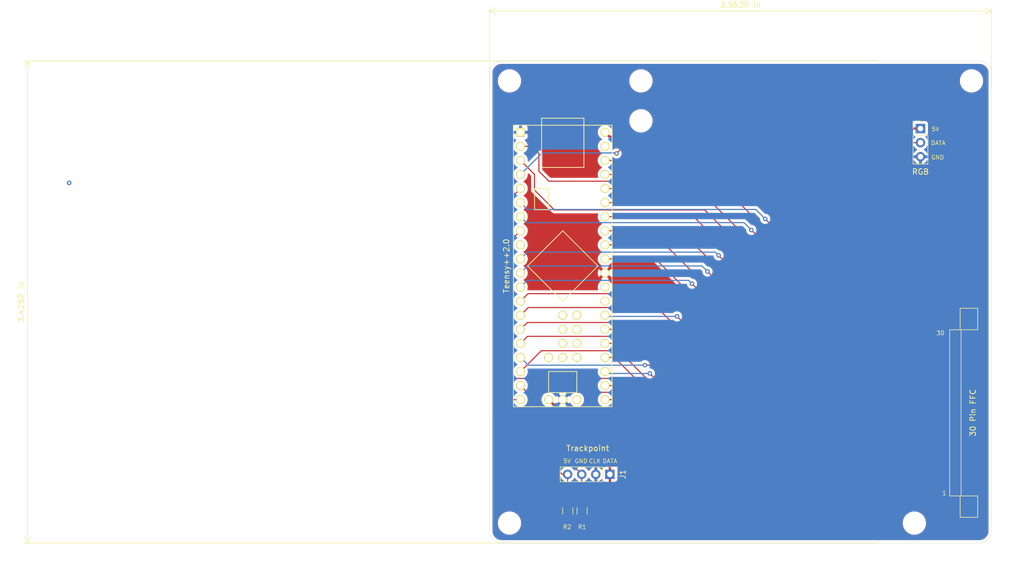
<source format=kicad_pcb>
(kicad_pcb (version 20171130) (host pcbnew "(5.1.5)-3")

  (general
    (thickness 1.6)
    (drawings 20)
    (tracks 236)
    (zones 0)
    (modules 12)
    (nets 50)
  )

  (page A4)
  (layers
    (0 F.Cu signal)
    (31 B.Cu signal)
    (32 B.Adhes user)
    (33 F.Adhes user)
    (34 B.Paste user)
    (35 F.Paste user)
    (36 B.SilkS user)
    (37 F.SilkS user)
    (38 B.Mask user)
    (39 F.Mask user)
    (40 Dwgs.User user)
    (41 Cmts.User user)
    (42 Eco1.User user)
    (43 Eco2.User user)
    (44 Edge.Cuts user)
    (45 Margin user)
    (46 B.CrtYd user)
    (47 F.CrtYd user)
    (48 B.Fab user)
    (49 F.Fab user)
  )

  (setup
    (last_trace_width 0.4)
    (user_trace_width 0.4)
    (trace_clearance 0.17)
    (zone_clearance 0.508)
    (zone_45_only no)
    (trace_min 0.2)
    (via_size 0.8)
    (via_drill 0.4)
    (via_min_size 0.4)
    (via_min_drill 0.3)
    (uvia_size 0.3)
    (uvia_drill 0.1)
    (uvias_allowed no)
    (uvia_min_size 0.2)
    (uvia_min_drill 0.1)
    (edge_width 0.05)
    (segment_width 0.2)
    (pcb_text_width 0.3)
    (pcb_text_size 1.5 1.5)
    (mod_edge_width 0.12)
    (mod_text_size 1 1)
    (mod_text_width 0.15)
    (pad_size 1.524 1.524)
    (pad_drill 0.762)
    (pad_to_mask_clearance 0.051)
    (solder_mask_min_width 0.25)
    (aux_axis_origin 0 0)
    (visible_elements 7FFFFFFF)
    (pcbplotparams
      (layerselection 0x010fc_ffffffff)
      (usegerberextensions false)
      (usegerberattributes false)
      (usegerberadvancedattributes false)
      (creategerberjobfile false)
      (excludeedgelayer true)
      (linewidth 0.100000)
      (plotframeref false)
      (viasonmask false)
      (mode 1)
      (useauxorigin false)
      (hpglpennumber 1)
      (hpglpenspeed 20)
      (hpglpendiameter 15.000000)
      (psnegative false)
      (psa4output false)
      (plotreference true)
      (plotvalue true)
      (plotinvisibletext false)
      (padsonsilk false)
      (subtractmaskfromsilk false)
      (outputformat 1)
      (mirror false)
      (drillshape 1)
      (scaleselection 1)
      (outputdirectory ""))
  )

  (net 0 "")
  (net 1 5V)
  (net 2 GND)
  (net 3 CLK)
  (net 4 DATA)
  (net 5 RGB_DATA)
  (net 6 "Net-(J3-Pad27)")
  (net 7 "Net-(J3-Pad25)")
  (net 8 "Net-(J3-Pad23)")
  (net 9 "Net-(J3-Pad21)")
  (net 10 "Net-(J3-Pad19)")
  (net 11 "Net-(J3-Pad17)")
  (net 12 "Net-(J3-Pad15)")
  (net 13 FFC13)
  (net 14 "Net-(J3-Pad11)")
  (net 15 "Net-(J3-Pad9)")
  (net 16 FFC7)
  (net 17 "Net-(J3-Pad5)")
  (net 18 FFC3)
  (net 19 FFC1)
  (net 20 FFC14)
  (net 21 FFC28)
  (net 22 FFC12)
  (net 23 FFC10)
  (net 24 FFC22)
  (net 25 FFC24)
  (net 26 FFC2)
  (net 27 FFC18)
  (net 28 FFC4)
  (net 29 FFC26)
  (net 30 FFC20)
  (net 31 FFC6)
  (net 32 FFC16)
  (net 33 FFC8)
  (net 34 "Net-(J3-Pad30)")
  (net 35 FFC29)
  (net 36 "Net-(U1-Pad9)")
  (net 37 "Net-(U1-Pad23)")
  (net 38 "Net-(U1-Pad31)")
  (net 39 "Net-(U1-Pad32)")
  (net 40 "Net-(U1-Pad42)")
  (net 41 "Net-(U1-Pad44)")
  (net 42 "Net-(U1-Pad45)")
  (net 43 "Net-(U1-Pad46)")
  (net 44 "Net-(U1-Pad47)")
  (net 45 "Net-(U1-Pad48)")
  (net 46 "Net-(U1-Pad49)")
  (net 47 "Net-(U1-Pad50)")
  (net 48 "Net-(U1-Pad51)")
  (net 49 "Net-(U1-Pad52)")

  (net_class Default "This is the default net class."
    (clearance 0.17)
    (trace_width 0.2)
    (via_dia 0.8)
    (via_drill 0.4)
    (uvia_dia 0.3)
    (uvia_drill 0.1)
    (add_net 5V)
    (add_net CLK)
    (add_net DATA)
    (add_net FFC1)
    (add_net FFC10)
    (add_net FFC12)
    (add_net FFC13)
    (add_net FFC14)
    (add_net FFC16)
    (add_net FFC18)
    (add_net FFC2)
    (add_net FFC20)
    (add_net FFC22)
    (add_net FFC24)
    (add_net FFC26)
    (add_net FFC28)
    (add_net FFC29)
    (add_net FFC3)
    (add_net FFC4)
    (add_net FFC6)
    (add_net FFC7)
    (add_net FFC8)
    (add_net GND)
    (add_net "Net-(J3-Pad11)")
    (add_net "Net-(J3-Pad15)")
    (add_net "Net-(J3-Pad17)")
    (add_net "Net-(J3-Pad19)")
    (add_net "Net-(J3-Pad21)")
    (add_net "Net-(J3-Pad23)")
    (add_net "Net-(J3-Pad25)")
    (add_net "Net-(J3-Pad27)")
    (add_net "Net-(J3-Pad30)")
    (add_net "Net-(J3-Pad5)")
    (add_net "Net-(J3-Pad9)")
    (add_net "Net-(U1-Pad23)")
    (add_net "Net-(U1-Pad31)")
    (add_net "Net-(U1-Pad32)")
    (add_net "Net-(U1-Pad42)")
    (add_net "Net-(U1-Pad44)")
    (add_net "Net-(U1-Pad45)")
    (add_net "Net-(U1-Pad46)")
    (add_net "Net-(U1-Pad47)")
    (add_net "Net-(U1-Pad48)")
    (add_net "Net-(U1-Pad49)")
    (add_net "Net-(U1-Pad50)")
    (add_net "Net-(U1-Pad51)")
    (add_net "Net-(U1-Pad52)")
    (add_net "Net-(U1-Pad9)")
    (add_net RGB_DATA)
  )

  (module MountingHole:MountingHole_3.2mm_M3 (layer F.Cu) (tedit 56D1B4CB) (tstamp 5ECD346F)
    (at 141.9 56.8)
    (descr "Mounting Hole 3.2mm, no annular, M3")
    (tags "mounting hole 3.2mm no annular m3")
    (attr virtual)
    (fp_text reference REF** (at 0 -4.2) (layer F.SilkS) hide
      (effects (font (size 1 1) (thickness 0.15)))
    )
    (fp_text value MountingHole_3.2mm_M3 (at 0 4.2) (layer F.Fab)
      (effects (font (size 1 1) (thickness 0.15)))
    )
    (fp_text user %R (at 0.3 0) (layer F.Fab)
      (effects (font (size 1 1) (thickness 0.15)))
    )
    (fp_circle (center 0 0) (end 3.2 0) (layer Cmts.User) (width 0.15))
    (fp_circle (center 0 0) (end 3.45 0) (layer F.CrtYd) (width 0.05))
    (pad 1 np_thru_hole circle (at 0 0) (size 3.2 3.2) (drill 3.2) (layers *.Cu *.Mask))
  )

  (module MountingHole:MountingHole_3.2mm_M3 (layer F.Cu) (tedit 56D1B4CB) (tstamp 5ECD3461)
    (at 141.9 64)
    (descr "Mounting Hole 3.2mm, no annular, M3")
    (tags "mounting hole 3.2mm no annular m3")
    (attr virtual)
    (fp_text reference REF** (at 0 -4.2) (layer F.SilkS) hide
      (effects (font (size 1 1) (thickness 0.15)))
    )
    (fp_text value MountingHole_3.2mm_M3 (at 0 4.2) (layer F.Fab)
      (effects (font (size 1 1) (thickness 0.15)))
    )
    (fp_circle (center 0 0) (end 3.45 0) (layer F.CrtYd) (width 0.05))
    (fp_circle (center 0 0) (end 3.2 0) (layer Cmts.User) (width 0.15))
    (fp_text user %R (at 0.3 0) (layer F.Fab)
      (effects (font (size 1 1) (thickness 0.15)))
    )
    (pad 1 np_thru_hole circle (at 0 0) (size 3.2 3.2) (drill 3.2) (layers *.Cu *.Mask))
  )

  (module MountingHole:MountingHole_3.2mm_M3 (layer F.Cu) (tedit 56D1B4CB) (tstamp 5ECD29B0)
    (at 191.2 136.6)
    (descr "Mounting Hole 3.2mm, no annular, M3")
    (tags "mounting hole 3.2mm no annular m3")
    (attr virtual)
    (fp_text reference REF** (at 0 -4.2) (layer F.SilkS) hide
      (effects (font (size 1 1) (thickness 0.15)))
    )
    (fp_text value MountingHole_3.2mm_M3 (at 0 4.2) (layer F.Fab)
      (effects (font (size 1 1) (thickness 0.15)))
    )
    (fp_text user %R (at 0.3 0) (layer F.Fab)
      (effects (font (size 1 1) (thickness 0.15)))
    )
    (fp_circle (center 0 0) (end 3.2 0) (layer Cmts.User) (width 0.15))
    (fp_circle (center 0 0) (end 3.45 0) (layer F.CrtYd) (width 0.05))
    (pad 1 np_thru_hole circle (at 0 0) (size 3.2 3.2) (drill 3.2) (layers *.Cu *.Mask))
  )

  (module MountingHole:MountingHole_3.2mm_M3 (layer F.Cu) (tedit 56D1B4CB) (tstamp 5ECD29A2)
    (at 118.2 136.6)
    (descr "Mounting Hole 3.2mm, no annular, M3")
    (tags "mounting hole 3.2mm no annular m3")
    (attr virtual)
    (fp_text reference REF** (at 0 -4.2) (layer F.SilkS) hide
      (effects (font (size 1 1) (thickness 0.15)))
    )
    (fp_text value MountingHole_3.2mm_M3 (at 0 4.2) (layer F.Fab)
      (effects (font (size 1 1) (thickness 0.15)))
    )
    (fp_circle (center 0 0) (end 3.45 0) (layer F.CrtYd) (width 0.05))
    (fp_circle (center 0 0) (end 3.2 0) (layer Cmts.User) (width 0.15))
    (fp_text user %R (at 0.3 0) (layer F.Fab)
      (effects (font (size 1 1) (thickness 0.15)))
    )
    (pad 1 np_thru_hole circle (at 0 0) (size 3.2 3.2) (drill 3.2) (layers *.Cu *.Mask))
  )

  (module MountingHole:MountingHole_3.2mm_M3 (layer F.Cu) (tedit 56D1B4CB) (tstamp 5ECD2994)
    (at 118.2 56.8)
    (descr "Mounting Hole 3.2mm, no annular, M3")
    (tags "mounting hole 3.2mm no annular m3")
    (attr virtual)
    (fp_text reference REF** (at 0 -4.2) (layer F.SilkS) hide
      (effects (font (size 1 1) (thickness 0.15)))
    )
    (fp_text value MountingHole_3.2mm_M3 (at 0 4.2) (layer F.Fab)
      (effects (font (size 1 1) (thickness 0.15)))
    )
    (fp_text user %R (at 0.3 0) (layer F.Fab)
      (effects (font (size 1 1) (thickness 0.15)))
    )
    (fp_circle (center 0 0) (end 3.2 0) (layer Cmts.User) (width 0.15))
    (fp_circle (center 0 0) (end 3.45 0) (layer F.CrtYd) (width 0.05))
    (pad 1 np_thru_hole circle (at 0 0) (size 3.2 3.2) (drill 3.2) (layers *.Cu *.Mask))
  )

  (module MountingHole:MountingHole_3.2mm_M3 (layer F.Cu) (tedit 56D1B4CB) (tstamp 5ECD298B)
    (at 201.5 56.8)
    (descr "Mounting Hole 3.2mm, no annular, M3")
    (tags "mounting hole 3.2mm no annular m3")
    (attr virtual)
    (fp_text reference REF** (at 0 -4.2) (layer F.SilkS) hide
      (effects (font (size 1 1) (thickness 0.15)))
    )
    (fp_text value MountingHole_3.2mm_M3 (at 0 4.2) (layer F.Fab)
      (effects (font (size 1 1) (thickness 0.15)))
    )
    (fp_circle (center 0 0) (end 3.45 0) (layer F.CrtYd) (width 0.05))
    (fp_circle (center 0 0) (end 3.2 0) (layer Cmts.User) (width 0.15))
    (fp_text user %R (at 0.3 0) (layer F.Fab)
      (effects (font (size 1 1) (thickness 0.15)))
    )
    (pad 1 np_thru_hole circle (at 0 0) (size 3.2 3.2) (drill 3.2) (layers *.Cu *.Mask))
  )

  (module teensy:Teensy2.0++ (layer F.Cu) (tedit 5A2919ED) (tstamp 5ECBDD82)
    (at 127.8 90.2 270)
    (descr 20)
    (path /5ECB772E)
    (fp_text reference U1 (at 0 -10.16 90) (layer F.SilkS) hide
      (effects (font (size 1 1) (thickness 0.15)))
    )
    (fp_text value Teensy++2.0 (at 0 10.16 90) (layer F.SilkS)
      (effects (font (size 1 1) (thickness 0.15)))
    )
    (fp_line (start -17.78 3.81) (end -17.78 -3.81) (layer F.SilkS) (width 0.15))
    (fp_line (start -26.67 -3.81) (end -26.67 3.81) (layer F.SilkS) (width 0.15))
    (fp_line (start -17.78 -3.81) (end -26.67 -3.81) (layer F.SilkS) (width 0.15))
    (fp_line (start -17.78 3.81) (end -26.67 3.81) (layer F.SilkS) (width 0.15))
    (fp_line (start -13.97 5.08) (end -10.16 5.08) (layer F.SilkS) (width 0.15))
    (fp_line (start -10.16 5.08) (end -10.16 3.81) (layer F.SilkS) (width 0.15))
    (fp_line (start -10.16 3.81) (end -10.16 2.54) (layer F.SilkS) (width 0.15))
    (fp_line (start -10.16 2.54) (end -13.97 2.54) (layer F.SilkS) (width 0.15))
    (fp_line (start -13.97 2.54) (end -13.97 5.08) (layer F.SilkS) (width 0.15))
    (fp_line (start 22.86 2.54) (end 19.05 2.54) (layer F.SilkS) (width 0.15))
    (fp_line (start 19.05 2.54) (end 19.05 -2.54) (layer F.SilkS) (width 0.15))
    (fp_line (start 19.05 -2.54) (end 22.86 -2.54) (layer F.SilkS) (width 0.15))
    (fp_line (start 22.86 -2.54) (end 22.86 2.54) (layer F.SilkS) (width 0.15))
    (fp_line (start 0 6.35) (end -6.35 0) (layer F.SilkS) (width 0.15))
    (fp_line (start -6.35 0) (end 0 -6.35) (layer F.SilkS) (width 0.15))
    (fp_line (start 0 -6.35) (end 6.35 0) (layer F.SilkS) (width 0.15))
    (fp_line (start 6.35 0) (end 0 6.35) (layer F.SilkS) (width 0.15))
    (fp_line (start -25.4 -8.89) (end 25.4 -8.89) (layer F.SilkS) (width 0.15))
    (fp_line (start 25.4 -8.89) (end 25.4 8.89) (layer F.SilkS) (width 0.15))
    (fp_line (start 25.4 8.89) (end -25.4 8.89) (layer F.SilkS) (width 0.15))
    (fp_line (start -25.4 8.89) (end -25.4 -8.89) (layer F.SilkS) (width 0.15))
    (pad 9 thru_hole circle (at -3.81 7.62 270) (size 1.6 1.6) (drill 1.1) (layers *.Cu *.Mask F.SilkS)
      (net 36 "Net-(U1-Pad9)"))
    (pad 10 thru_hole circle (at -1.27 7.62 270) (size 1.6 1.6) (drill 1.1) (layers *.Cu *.Mask F.SilkS)
      (net 24 FFC22))
    (pad 11 thru_hole circle (at 1.27 7.62 270) (size 1.6 1.6) (drill 1.1) (layers *.Cu *.Mask F.SilkS)
      (net 30 FFC20))
    (pad 8 thru_hole circle (at -6.35 7.62 270) (size 1.6 1.6) (drill 1.1) (layers *.Cu *.Mask F.SilkS)
      (net 3 CLK))
    (pad 7 thru_hole circle (at -8.89 7.62 270) (size 1.6 1.6) (drill 1.1) (layers *.Cu *.Mask F.SilkS)
      (net 29 FFC26))
    (pad 6 thru_hole circle (at -11.43 7.62 270) (size 1.6 1.6) (drill 1.1) (layers *.Cu *.Mask F.SilkS)
      (net 21 FFC28))
    (pad 5 thru_hole circle (at -13.97 7.62 270) (size 1.6 1.6) (drill 1.1) (layers *.Cu *.Mask F.SilkS)
      (net 4 DATA))
    (pad 4 thru_hole circle (at -16.51 7.62 270) (size 1.6 1.6) (drill 1.1) (layers *.Cu *.Mask F.SilkS)
      (net 5 RGB_DATA))
    (pad 3 thru_hole circle (at -19.05 7.62 270) (size 1.6 1.6) (drill 1.1) (layers *.Cu *.Mask F.SilkS)
      (net 25 FFC24))
    (pad 2 thru_hole circle (at -21.59 7.62 270) (size 1.6 1.6) (drill 1.1) (layers *.Cu *.Mask F.SilkS)
      (net 35 FFC29))
    (pad 1 thru_hole rect (at -24.13 7.62 270) (size 1.6 1.6) (drill 1.1) (layers *.Cu *.Mask F.SilkS)
      (net 2 GND))
    (pad 12 thru_hole circle (at 3.81 7.62 270) (size 1.6 1.6) (drill 1.1) (layers *.Cu *.Mask F.SilkS)
      (net 27 FFC18))
    (pad 13 thru_hole circle (at 6.35 7.62 270) (size 1.6 1.6) (drill 1.1) (layers *.Cu *.Mask F.SilkS)
      (net 32 FFC16))
    (pad 14 thru_hole circle (at 8.89 7.62 270) (size 1.6 1.6) (drill 1.1) (layers *.Cu *.Mask F.SilkS)
      (net 20 FFC14))
    (pad 15 thru_hole circle (at 11.43 7.62 270) (size 1.6 1.6) (drill 1.1) (layers *.Cu *.Mask F.SilkS)
      (net 22 FFC12))
    (pad 16 thru_hole circle (at 13.97 7.62 270) (size 1.6 1.6) (drill 1.1) (layers *.Cu *.Mask F.SilkS)
      (net 23 FFC10))
    (pad 17 thru_hole circle (at 16.51 7.62 270) (size 1.6 1.6) (drill 1.1) (layers *.Cu *.Mask F.SilkS)
      (net 33 FFC8))
    (pad 18 thru_hole circle (at 19.05 7.62 270) (size 1.6 1.6) (drill 1.1) (layers *.Cu *.Mask F.SilkS)
      (net 31 FFC6))
    (pad 19 thru_hole circle (at 21.59 7.62 270) (size 1.6 1.6) (drill 1.1) (layers *.Cu *.Mask F.SilkS)
      (net 26 FFC2))
    (pad 20 thru_hole circle (at 24.13 7.62 270) (size 1.6 1.6) (drill 1.1) (layers *.Cu *.Mask F.SilkS)
      (net 28 FFC4))
    (pad 21 thru_hole circle (at 24.13 2.54 270) (size 1.6 1.6) (drill 1.1) (layers *.Cu *.Mask F.SilkS)
      (net 1 5V))
    (pad 22 thru_hole circle (at 24.13 0 270) (size 1.6 1.6) (drill 1.1) (layers *.Cu *.Mask F.SilkS)
      (net 2 GND))
    (pad 23 thru_hole circle (at 24.13 -2.54 270) (size 1.6 1.6) (drill 1.1) (layers *.Cu *.Mask F.SilkS)
      (net 37 "Net-(U1-Pad23)"))
    (pad 24 thru_hole circle (at 24.13 -7.62 270) (size 1.6 1.6) (drill 1.1) (layers *.Cu *.Mask F.SilkS)
      (net 19 FFC1))
    (pad 25 thru_hole circle (at 21.59 -7.62 270) (size 1.6 1.6) (drill 1.1) (layers *.Cu *.Mask F.SilkS)
      (net 18 FFC3))
    (pad 26 thru_hole circle (at 19.05 -7.62 270) (size 1.6 1.6) (drill 1.1) (layers *.Cu *.Mask F.SilkS)
      (net 16 FFC7))
    (pad 27 thru_hole circle (at 16.51 -7.62 270) (size 1.6 1.6) (drill 1.1) (layers *.Cu *.Mask F.SilkS)
      (net 17 "Net-(J3-Pad5)"))
    (pad 28 thru_hole circle (at 13.97 -7.62 270) (size 1.6 1.6) (drill 1.1) (layers *.Cu *.Mask F.SilkS)
      (net 15 "Net-(J3-Pad9)"))
    (pad 29 thru_hole circle (at 11.43 -7.62 270) (size 1.6 1.6) (drill 1.1) (layers *.Cu *.Mask F.SilkS)
      (net 14 "Net-(J3-Pad11)"))
    (pad 30 thru_hole circle (at 8.89 -7.62 270) (size 1.6 1.6) (drill 1.1) (layers *.Cu *.Mask F.SilkS)
      (net 12 "Net-(J3-Pad15)"))
    (pad 31 thru_hole circle (at 6.35 -7.62 270) (size 1.6 1.6) (drill 1.1) (layers *.Cu *.Mask F.SilkS)
      (net 38 "Net-(U1-Pad31)"))
    (pad 32 thru_hole circle (at 3.81 -7.62 270) (size 1.6 1.6) (drill 1.1) (layers *.Cu *.Mask F.SilkS)
      (net 39 "Net-(U1-Pad32)"))
    (pad 33 thru_hole circle (at 1.27 -7.62 270) (size 1.6 1.6) (drill 1.1) (layers *.Cu *.Mask F.SilkS)
      (net 2 GND))
    (pad 34 thru_hole circle (at -1.27 -7.62 270) (size 1.6 1.6) (drill 1.1) (layers *.Cu *.Mask F.SilkS)
      (net 11 "Net-(J3-Pad17)"))
    (pad 35 thru_hole circle (at -3.81 -7.62 270) (size 1.6 1.6) (drill 1.1) (layers *.Cu *.Mask F.SilkS)
      (net 10 "Net-(J3-Pad19)"))
    (pad 36 thru_hole circle (at -6.35 -7.62 270) (size 1.6 1.6) (drill 1.1) (layers *.Cu *.Mask F.SilkS)
      (net 9 "Net-(J3-Pad21)"))
    (pad 37 thru_hole circle (at -8.89 -7.62 270) (size 1.6 1.6) (drill 1.1) (layers *.Cu *.Mask F.SilkS)
      (net 8 "Net-(J3-Pad23)"))
    (pad 38 thru_hole circle (at -11.43 -7.62 270) (size 1.6 1.6) (drill 1.1) (layers *.Cu *.Mask F.SilkS)
      (net 7 "Net-(J3-Pad25)"))
    (pad 39 thru_hole circle (at -13.97 -7.62 270) (size 1.6 1.6) (drill 1.1) (layers *.Cu *.Mask F.SilkS)
      (net 6 "Net-(J3-Pad27)"))
    (pad 40 thru_hole circle (at -16.51 -7.62 270) (size 1.6 1.6) (drill 1.1) (layers *.Cu *.Mask F.SilkS)
      (net 34 "Net-(J3-Pad30)"))
    (pad 41 thru_hole circle (at -19.05 -7.62 270) (size 1.6 1.6) (drill 1.1) (layers *.Cu *.Mask F.SilkS)
      (net 13 FFC13))
    (pad 42 thru_hole circle (at -21.59 -7.62 270) (size 1.6 1.6) (drill 1.1) (layers *.Cu *.Mask F.SilkS)
      (net 40 "Net-(U1-Pad42)"))
    (pad 43 thru_hole circle (at -24.13 -7.62 270) (size 1.6 1.6) (drill 1.1) (layers *.Cu *.Mask F.SilkS)
      (net 1 5V))
    (pad 44 thru_hole circle (at 8.89 -2.54 270) (size 1.6 1.6) (drill 1.1) (layers *.Cu *.Mask F.SilkS)
      (net 41 "Net-(U1-Pad44)"))
    (pad 45 thru_hole circle (at 11.43 -2.54 270) (size 1.6 1.6) (drill 1.1) (layers *.Cu *.Mask F.SilkS)
      (net 42 "Net-(U1-Pad45)"))
    (pad 46 thru_hole circle (at 13.97 -2.54 270) (size 1.6 1.6) (drill 1.1) (layers *.Cu *.Mask F.SilkS)
      (net 43 "Net-(U1-Pad46)"))
    (pad 47 thru_hole circle (at 16.51 -2.54 270) (size 1.6 1.6) (drill 1.1) (layers *.Cu *.Mask F.SilkS)
      (net 44 "Net-(U1-Pad47)"))
    (pad 48 thru_hole circle (at 8.89 0 270) (size 1.6 1.6) (drill 1.1) (layers *.Cu *.Mask F.SilkS)
      (net 45 "Net-(U1-Pad48)"))
    (pad 49 thru_hole circle (at 11.43 0 270) (size 1.6 1.6) (drill 1.1) (layers *.Cu *.Mask F.SilkS)
      (net 46 "Net-(U1-Pad49)"))
    (pad 50 thru_hole circle (at 13.97 0 270) (size 1.6 1.6) (drill 1.1) (layers *.Cu *.Mask F.SilkS)
      (net 47 "Net-(U1-Pad50)"))
    (pad 51 thru_hole circle (at 16.51 0 270) (size 1.6 1.6) (drill 1.1) (layers *.Cu *.Mask F.SilkS)
      (net 48 "Net-(U1-Pad51)"))
    (pad 52 thru_hole circle (at 16.51 2.54 270) (size 1.6 1.6) (drill 1.1) (layers *.Cu *.Mask F.SilkS)
      (net 49 "Net-(U1-Pad52)"))
  )

  (module Connector_PinHeader_2.54mm:PinHeader_1x03_P2.54mm_Vertical (layer F.Cu) (tedit 59FED5CC) (tstamp 5ECBDCD3)
    (at 192.3 65.4)
    (descr "Through hole straight pin header, 1x03, 2.54mm pitch, single row")
    (tags "Through hole pin header THT 1x03 2.54mm single row")
    (path /5ECE5965)
    (fp_text reference J2 (at 0 -2.33) (layer F.SilkS) hide
      (effects (font (size 1 1) (thickness 0.15)))
    )
    (fp_text value "RGB LEDs" (at 0 7.41) (layer F.Fab)
      (effects (font (size 1 1) (thickness 0.15)))
    )
    (fp_line (start -0.635 -1.27) (end 1.27 -1.27) (layer F.Fab) (width 0.1))
    (fp_line (start 1.27 -1.27) (end 1.27 6.35) (layer F.Fab) (width 0.1))
    (fp_line (start 1.27 6.35) (end -1.27 6.35) (layer F.Fab) (width 0.1))
    (fp_line (start -1.27 6.35) (end -1.27 -0.635) (layer F.Fab) (width 0.1))
    (fp_line (start -1.27 -0.635) (end -0.635 -1.27) (layer F.Fab) (width 0.1))
    (fp_line (start -1.33 6.41) (end 1.33 6.41) (layer F.SilkS) (width 0.12))
    (fp_line (start -1.33 1.27) (end -1.33 6.41) (layer F.SilkS) (width 0.12))
    (fp_line (start 1.33 1.27) (end 1.33 6.41) (layer F.SilkS) (width 0.12))
    (fp_line (start -1.33 1.27) (end 1.33 1.27) (layer F.SilkS) (width 0.12))
    (fp_line (start -1.33 0) (end -1.33 -1.33) (layer F.SilkS) (width 0.12))
    (fp_line (start -1.33 -1.33) (end 0 -1.33) (layer F.SilkS) (width 0.12))
    (fp_line (start -1.8 -1.8) (end -1.8 6.85) (layer F.CrtYd) (width 0.05))
    (fp_line (start -1.8 6.85) (end 1.8 6.85) (layer F.CrtYd) (width 0.05))
    (fp_line (start 1.8 6.85) (end 1.8 -1.8) (layer F.CrtYd) (width 0.05))
    (fp_line (start 1.8 -1.8) (end -1.8 -1.8) (layer F.CrtYd) (width 0.05))
    (fp_text user %R (at 0 2.54 90) (layer F.Fab)
      (effects (font (size 1 1) (thickness 0.15)))
    )
    (pad 1 thru_hole rect (at 0 0) (size 1.7 1.7) (drill 1) (layers *.Cu *.Mask)
      (net 1 5V))
    (pad 2 thru_hole oval (at 0 2.54) (size 1.7 1.7) (drill 1) (layers *.Cu *.Mask)
      (net 5 RGB_DATA))
    (pad 3 thru_hole oval (at 0 5.08) (size 1.7 1.7) (drill 1) (layers *.Cu *.Mask)
      (net 2 GND))
    (model ${KISYS3DMOD}/Connector_PinHeader_2.54mm.3dshapes/PinHeader_1x03_P2.54mm_Vertical.wrl
      (at (xyz 0 0 0))
      (scale (xyz 1 1 1))
      (rotate (xyz 0 0 0))
    )
  )

  (module Resistor_SMD:R_1206_3216Metric_Pad1.42x1.75mm_HandSolder (layer F.Cu) (tedit 5B301BBD) (tstamp 5ECD3051)
    (at 131.3 134.4 270)
    (descr "Resistor SMD 1206 (3216 Metric), square (rectangular) end terminal, IPC_7351 nominal with elongated pad for handsoldering. (Body size source: http://www.tortai-tech.com/upload/download/2011102023233369053.pdf), generated with kicad-footprint-generator")
    (tags "resistor handsolder")
    (path /5ED13A14)
    (attr smd)
    (fp_text reference R1 (at 2.9 0) (layer F.SilkS)
      (effects (font (size 0.75 0.75) (thickness 0.1)))
    )
    (fp_text value 4.7k (at 0 1.82 90) (layer F.Fab)
      (effects (font (size 1 1) (thickness 0.15)))
    )
    (fp_text user %R (at 0 0 90) (layer F.Fab)
      (effects (font (size 0.8 0.8) (thickness 0.12)))
    )
    (fp_line (start 2.45 1.12) (end -2.45 1.12) (layer F.CrtYd) (width 0.05))
    (fp_line (start 2.45 -1.12) (end 2.45 1.12) (layer F.CrtYd) (width 0.05))
    (fp_line (start -2.45 -1.12) (end 2.45 -1.12) (layer F.CrtYd) (width 0.05))
    (fp_line (start -2.45 1.12) (end -2.45 -1.12) (layer F.CrtYd) (width 0.05))
    (fp_line (start -0.602064 0.91) (end 0.602064 0.91) (layer F.SilkS) (width 0.12))
    (fp_line (start -0.602064 -0.91) (end 0.602064 -0.91) (layer F.SilkS) (width 0.12))
    (fp_line (start 1.6 0.8) (end -1.6 0.8) (layer F.Fab) (width 0.1))
    (fp_line (start 1.6 -0.8) (end 1.6 0.8) (layer F.Fab) (width 0.1))
    (fp_line (start -1.6 -0.8) (end 1.6 -0.8) (layer F.Fab) (width 0.1))
    (fp_line (start -1.6 0.8) (end -1.6 -0.8) (layer F.Fab) (width 0.1))
    (pad 2 smd roundrect (at 1.4875 0 270) (size 1.425 1.75) (layers F.Cu F.Paste F.Mask) (roundrect_rratio 0.175439)
      (net 1 5V))
    (pad 1 smd roundrect (at -1.4875 0 270) (size 1.425 1.75) (layers F.Cu F.Paste F.Mask) (roundrect_rratio 0.175439)
      (net 3 CLK))
    (model ${KISYS3DMOD}/Resistor_SMD.3dshapes/R_1206_3216Metric.wrl
      (at (xyz 0 0 0))
      (scale (xyz 1 1 1))
      (rotate (xyz 0 0 0))
    )
  )

  (module Resistor_SMD:R_1206_3216Metric_Pad1.42x1.75mm_HandSolder (layer F.Cu) (tedit 5B301BBD) (tstamp 5ECD3021)
    (at 128.7 134.4 90)
    (descr "Resistor SMD 1206 (3216 Metric), square (rectangular) end terminal, IPC_7351 nominal with elongated pad for handsoldering. (Body size source: http://www.tortai-tech.com/upload/download/2011102023233369053.pdf), generated with kicad-footprint-generator")
    (tags "resistor handsolder")
    (path /5ED1288C)
    (attr smd)
    (fp_text reference R2 (at -2.9 -0.1 180) (layer F.SilkS)
      (effects (font (size 0.75 0.75) (thickness 0.1)))
    )
    (fp_text value 4.7k (at 0 1.82 90) (layer F.Fab)
      (effects (font (size 1 1) (thickness 0.15)))
    )
    (fp_line (start -1.6 0.8) (end -1.6 -0.8) (layer F.Fab) (width 0.1))
    (fp_line (start -1.6 -0.8) (end 1.6 -0.8) (layer F.Fab) (width 0.1))
    (fp_line (start 1.6 -0.8) (end 1.6 0.8) (layer F.Fab) (width 0.1))
    (fp_line (start 1.6 0.8) (end -1.6 0.8) (layer F.Fab) (width 0.1))
    (fp_line (start -0.602064 -0.91) (end 0.602064 -0.91) (layer F.SilkS) (width 0.12))
    (fp_line (start -0.602064 0.91) (end 0.602064 0.91) (layer F.SilkS) (width 0.12))
    (fp_line (start -2.45 1.12) (end -2.45 -1.12) (layer F.CrtYd) (width 0.05))
    (fp_line (start -2.45 -1.12) (end 2.45 -1.12) (layer F.CrtYd) (width 0.05))
    (fp_line (start 2.45 -1.12) (end 2.45 1.12) (layer F.CrtYd) (width 0.05))
    (fp_line (start 2.45 1.12) (end -2.45 1.12) (layer F.CrtYd) (width 0.05))
    (fp_text user %R (at 0 0 90) (layer F.Fab)
      (effects (font (size 0.8 0.8) (thickness 0.12)))
    )
    (pad 1 smd roundrect (at -1.4875 0 90) (size 1.425 1.75) (layers F.Cu F.Paste F.Mask) (roundrect_rratio 0.175439)
      (net 1 5V))
    (pad 2 smd roundrect (at 1.4875 0 90) (size 1.425 1.75) (layers F.Cu F.Paste F.Mask) (roundrect_rratio 0.175439)
      (net 4 DATA))
    (model ${KISYS3DMOD}/Resistor_SMD.3dshapes/R_1206_3216Metric.wrl
      (at (xyz 0 0 0))
      (scale (xyz 1 1 1))
      (rotate (xyz 0 0 0))
    )
  )

  (module Connector_PinHeader_2.54mm:PinHeader_1x04_P2.54mm_Vertical (layer F.Cu) (tedit 59FED5CC) (tstamp 5ECD1FDA)
    (at 136.3 127.8 270)
    (descr "Through hole straight pin header, 1x04, 2.54mm pitch, single row")
    (tags "Through hole pin header THT 1x04 2.54mm single row")
    (path /5ECE86A8)
    (fp_text reference J1 (at 0 -2.33 90) (layer F.SilkS)
      (effects (font (size 1 1) (thickness 0.15)))
    )
    (fp_text value Trackpoint (at -4.7 4) (layer F.SilkS)
      (effects (font (size 1 1) (thickness 0.15)))
    )
    (fp_line (start -0.635 -1.27) (end 1.27 -1.27) (layer F.Fab) (width 0.1))
    (fp_line (start 1.27 -1.27) (end 1.27 8.89) (layer F.Fab) (width 0.1))
    (fp_line (start 1.27 8.89) (end -1.27 8.89) (layer F.Fab) (width 0.1))
    (fp_line (start -1.27 8.89) (end -1.27 -0.635) (layer F.Fab) (width 0.1))
    (fp_line (start -1.27 -0.635) (end -0.635 -1.27) (layer F.Fab) (width 0.1))
    (fp_line (start -1.33 8.95) (end 1.33 8.95) (layer F.SilkS) (width 0.12))
    (fp_line (start -1.33 1.27) (end -1.33 8.95) (layer F.SilkS) (width 0.12))
    (fp_line (start 1.33 1.27) (end 1.33 8.95) (layer F.SilkS) (width 0.12))
    (fp_line (start -1.33 1.27) (end 1.33 1.27) (layer F.SilkS) (width 0.12))
    (fp_line (start -1.33 0) (end -1.33 -1.33) (layer F.SilkS) (width 0.12))
    (fp_line (start -1.33 -1.33) (end 0 -1.33) (layer F.SilkS) (width 0.12))
    (fp_line (start -1.8 -1.8) (end -1.8 9.4) (layer F.CrtYd) (width 0.05))
    (fp_line (start -1.8 9.4) (end 1.8 9.4) (layer F.CrtYd) (width 0.05))
    (fp_line (start 1.8 9.4) (end 1.8 -1.8) (layer F.CrtYd) (width 0.05))
    (fp_line (start 1.8 -1.8) (end -1.8 -1.8) (layer F.CrtYd) (width 0.05))
    (fp_text user %R (at 0 3.81) (layer F.Fab)
      (effects (font (size 1 1) (thickness 0.15)))
    )
    (pad 1 thru_hole rect (at 0 0 270) (size 1.7 1.7) (drill 1) (layers *.Cu *.Mask)
      (net 1 5V))
    (pad 2 thru_hole oval (at 0 2.54 270) (size 1.7 1.7) (drill 1) (layers *.Cu *.Mask)
      (net 2 GND))
    (pad 3 thru_hole oval (at 0 5.08 270) (size 1.7 1.7) (drill 1) (layers *.Cu *.Mask)
      (net 3 CLK))
    (pad 4 thru_hole oval (at 0 7.62 270) (size 1.7 1.7) (drill 1) (layers *.Cu *.Mask)
      (net 4 DATA))
    (model ${KISYS3DMOD}/Connector_PinHeader_2.54mm.3dshapes/PinHeader_1x04_P2.54mm_Vertical.wrl
      (at (xyz 0 0 0))
      (scale (xyz 1 1 1))
      (rotate (xyz 0 0 0))
    )
  )

  (module custom:FFC_30_GCT (layer F.Cu) (tedit 0) (tstamp 5ECD20AF)
    (at 198.6 116.7 90)
    (path /5ECBEBDB)
    (attr smd)
    (fp_text reference J3 (at 0 2 90) (layer F.SilkS) hide
      (effects (font (size 1 1) (thickness 0.15)))
    )
    (fp_text value "30 Pin FFC" (at 0 3.15 90) (layer F.SilkS)
      (effects (font (size 1 1) (thickness 0.15)))
    )
    (fp_line (start -15 -1.03) (end 15 -1.03) (layer F.SilkS) (width 0.12))
    (fp_line (start -15 1.03) (end 15 1.03) (layer F.SilkS) (width 0.12))
    (fp_line (start -15 1.03) (end -15 4.02) (layer F.SilkS) (width 0.12))
    (fp_line (start 15 1.03) (end 15 4.02) (layer F.SilkS) (width 0.12))
    (fp_line (start -15 4.02) (end -18.86 4.02) (layer F.SilkS) (width 0.12))
    (fp_line (start 15 4.02) (end 18.86 4.02) (layer F.SilkS) (width 0.12))
    (fp_line (start -18.86 4.02) (end -18.86 0.86) (layer F.SilkS) (width 0.12))
    (fp_line (start 18.86 4.02) (end 18.86 0.86) (layer F.SilkS) (width 0.12))
    (fp_line (start -18.86 0.86) (end -15 0.86) (layer F.SilkS) (width 0.12))
    (fp_line (start 18.86 0.86) (end 15 0.86) (layer F.SilkS) (width 0.12))
    (fp_line (start -15 0.86) (end -15 -1.03) (layer F.SilkS) (width 0.12))
    (fp_line (start 15 0.86) (end 15 -1.03) (layer F.SilkS) (width 0.12))
    (fp_line (start -19.1 -1.25) (end 19.1 -1.25) (layer F.CrtYd) (width 0.05))
    (fp_line (start 19.1 -1.25) (end 19.1 4.25) (layer F.CrtYd) (width 0.05))
    (fp_line (start -19.1 4.25) (end 19.1 4.25) (layer F.CrtYd) (width 0.05))
    (fp_line (start -19.1 -1.25) (end -19.1 4.25) (layer F.CrtYd) (width 0.05))
    (pad 1 smd rect (at -14.5 0 90) (size 0.6 1.7) (layers F.Cu F.Paste F.Mask)
      (net 19 FFC1))
    (pad 2 smd rect (at -13.5 0 90) (size 0.6 1.7) (layers F.Cu F.Paste F.Mask)
      (net 26 FFC2))
    (pad 3 smd rect (at -12.5 0 90) (size 0.6 1.7) (layers F.Cu F.Paste F.Mask)
      (net 18 FFC3))
    (pad 4 smd rect (at -11.5 0 90) (size 0.6 1.7) (layers F.Cu F.Paste F.Mask)
      (net 28 FFC4))
    (pad 5 smd rect (at -10.5 0 90) (size 0.6 1.7) (layers F.Cu F.Paste F.Mask)
      (net 17 "Net-(J3-Pad5)"))
    (pad 6 smd rect (at -9.5 0 90) (size 0.6 1.7) (layers F.Cu F.Paste F.Mask)
      (net 31 FFC6))
    (pad 7 smd rect (at -8.5 0 90) (size 0.6 1.7) (layers F.Cu F.Paste F.Mask)
      (net 16 FFC7))
    (pad 8 smd rect (at -7.5 0 90) (size 0.6 1.7) (layers F.Cu F.Paste F.Mask)
      (net 33 FFC8))
    (pad 9 smd rect (at -6.5 0 90) (size 0.6 1.7) (layers F.Cu F.Paste F.Mask)
      (net 15 "Net-(J3-Pad9)"))
    (pad 10 smd rect (at -5.5 0 90) (size 0.6 1.7) (layers F.Cu F.Paste F.Mask)
      (net 23 FFC10))
    (pad 11 smd rect (at -4.5 0 90) (size 0.6 1.7) (layers F.Cu F.Paste F.Mask)
      (net 14 "Net-(J3-Pad11)"))
    (pad 12 smd rect (at -3.5 0 90) (size 0.6 1.7) (layers F.Cu F.Paste F.Mask)
      (net 22 FFC12))
    (pad 13 smd rect (at -2.5 0 90) (size 0.6 1.7) (layers F.Cu F.Paste F.Mask)
      (net 13 FFC13))
    (pad 14 smd rect (at -1.5 0 90) (size 0.6 1.7) (layers F.Cu F.Paste F.Mask)
      (net 20 FFC14))
    (pad 15 smd rect (at -0.5 0 90) (size 0.6 1.7) (layers F.Cu F.Paste F.Mask)
      (net 12 "Net-(J3-Pad15)"))
    (pad 16 smd rect (at 0.5 0 90) (size 0.6 1.7) (layers F.Cu F.Paste F.Mask)
      (net 32 FFC16))
    (pad 17 smd rect (at 1.5 0 90) (size 0.6 1.7) (layers F.Cu F.Paste F.Mask)
      (net 11 "Net-(J3-Pad17)"))
    (pad 18 smd rect (at 2.5 0 90) (size 0.6 1.7) (layers F.Cu F.Paste F.Mask)
      (net 27 FFC18))
    (pad 19 smd rect (at 3.5 0 90) (size 0.6 1.7) (layers F.Cu F.Paste F.Mask)
      (net 10 "Net-(J3-Pad19)"))
    (pad 20 smd rect (at 4.5 0 90) (size 0.6 1.7) (layers F.Cu F.Paste F.Mask)
      (net 30 FFC20))
    (pad 21 smd rect (at 5.5 0 90) (size 0.6 1.7) (layers F.Cu F.Paste F.Mask)
      (net 9 "Net-(J3-Pad21)"))
    (pad 22 smd rect (at 6.5 0 90) (size 0.6 1.7) (layers F.Cu F.Paste F.Mask)
      (net 24 FFC22))
    (pad 23 smd rect (at 7.5 0 90) (size 0.6 1.7) (layers F.Cu F.Paste F.Mask)
      (net 8 "Net-(J3-Pad23)"))
    (pad 24 smd rect (at 8.5 0 90) (size 0.6 1.7) (layers F.Cu F.Paste F.Mask)
      (net 25 FFC24))
    (pad 25 smd rect (at 9.5 0 90) (size 0.6 1.7) (layers F.Cu F.Paste F.Mask)
      (net 7 "Net-(J3-Pad25)"))
    (pad 26 smd rect (at 10.5 0 90) (size 0.6 1.7) (layers F.Cu F.Paste F.Mask)
      (net 29 FFC26))
    (pad 27 smd rect (at 11.5 0 90) (size 0.6 1.7) (layers F.Cu F.Paste F.Mask)
      (net 6 "Net-(J3-Pad27)"))
    (pad 28 smd rect (at 12.5 0 90) (size 0.6 1.7) (layers F.Cu F.Paste F.Mask)
      (net 21 FFC28))
    (pad 29 smd rect (at 13.5 0 90) (size 0.6 1.7) (layers F.Cu F.Paste F.Mask)
      (net 35 FFC29))
    (pad 30 smd rect (at 14.5 0 90) (size 0.6 1.7) (layers F.Cu F.Paste F.Mask)
      (net 34 "Net-(J3-Pad30)"))
    (pad 0 smd rect (at -17.25 2.5 90) (size 2.5 2.8) (layers F.Cu F.Paste F.Mask))
    (pad 0 smd rect (at 17.25 2.5 90) (size 2.5 2.8) (layers F.Cu F.Paste F.Mask))
  )

  (dimension 90.5 (width 0.12) (layer F.SilkS)
    (gr_text "90.500 mm" (at 159.85 42.93) (layer F.SilkS)
      (effects (font (size 1 1) (thickness 0.15)))
    )
    (feature1 (pts (xy 205.1 58) (xy 205.1 43.613579)))
    (feature2 (pts (xy 114.6 58) (xy 114.6 43.613579)))
    (crossbar (pts (xy 114.6 44.2) (xy 205.1 44.2)))
    (arrow1a (pts (xy 205.1 44.2) (xy 203.973496 44.786421)))
    (arrow1b (pts (xy 205.1 44.2) (xy 203.973496 43.613579)))
    (arrow2a (pts (xy 114.6 44.2) (xy 115.726504 44.786421)))
    (arrow2b (pts (xy 114.6 44.2) (xy 115.726504 43.613579)))
  )
  (dimension 87 (width 0.12) (layer F.SilkS)
    (gr_text "87.000 mm" (at 30.03 96.7 90) (layer F.SilkS)
      (effects (font (size 1 1) (thickness 0.15)))
    )
    (feature1 (pts (xy 184.7 53.2) (xy 30.713579 53.2)))
    (feature2 (pts (xy 184.7 140.2) (xy 30.713579 140.2)))
    (crossbar (pts (xy 31.3 140.2) (xy 31.3 53.2)))
    (arrow1a (pts (xy 31.3 53.2) (xy 31.886421 54.326504)))
    (arrow1b (pts (xy 31.3 53.2) (xy 30.713579 54.326504)))
    (arrow2a (pts (xy 31.3 140.2) (xy 31.886421 139.073496)))
    (arrow2b (pts (xy 31.3 140.2) (xy 30.713579 139.073496)))
  )
  (gr_text 1 (at 196.6 131.2) (layer F.SilkS) (tstamp 5ECD317C)
    (effects (font (size 0.75 0.75) (thickness 0.1)))
  )
  (gr_text 30 (at 195.9 102.3) (layer F.SilkS) (tstamp 5ECD3179)
    (effects (font (size 0.75 0.75) (thickness 0.1)))
  )
  (gr_line (start 205.1 55.4) (end 205.1 138) (layer Edge.Cuts) (width 0.05) (tstamp 5ECD2DE2))
  (gr_line (start 116.8 53.2) (end 202.9 53.2) (layer Edge.Cuts) (width 0.05) (tstamp 5ECD2DE1))
  (gr_line (start 114.6 138) (end 114.6 55.4) (layer Edge.Cuts) (width 0.05) (tstamp 5ECD2DE0))
  (gr_line (start 202.9 140.2) (end 116.8 140.2) (layer Edge.Cuts) (width 0.05) (tstamp 5ECD2DDF))
  (gr_arc (start 202.9 138) (end 202.9 140.2) (angle -90) (layer Edge.Cuts) (width 0.05) (tstamp 5ECD2DDA))
  (gr_arc (start 116.8 138) (end 114.6 138) (angle -90) (layer Edge.Cuts) (width 0.05) (tstamp 5ECD2DBB))
  (gr_arc (start 116.8 55.4) (end 116.8 53.2) (angle -90) (layer Edge.Cuts) (width 0.05) (tstamp 5ECD2DB8))
  (gr_arc (start 202.9 55.4) (end 205.1 55.4) (angle -90) (layer Edge.Cuts) (width 0.05))
  (gr_text 5V (at 195 65.5) (layer F.SilkS) (tstamp 5ECD2515)
    (effects (font (size 0.75 0.75) (thickness 0.1)))
  )
  (gr_text GND (at 195.4 70.6) (layer F.SilkS) (tstamp 5ECD251B)
    (effects (font (size 0.75 0.75) (thickness 0.1)))
  )
  (gr_text DATA (at 195.5 68) (layer F.SilkS) (tstamp 5ECD2518)
    (effects (font (size 0.75 0.75) (thickness 0.1)))
  )
  (gr_text RGB (at 192.3 73.2) (layer F.SilkS) (tstamp 5ECD251E)
    (effects (font (size 1 1) (thickness 0.15)))
  )
  (gr_text 5V (at 128.6 125.4) (layer F.SilkS) (tstamp 5ECD2C80)
    (effects (font (size 0.75 0.75) (thickness 0.1)))
  )
  (gr_text DATA (at 136.3 125.4) (layer F.SilkS) (tstamp 5ECD2C86)
    (effects (font (size 0.75 0.75) (thickness 0.1)))
  )
  (gr_text "CLK\n" (at 133.6 125.4) (layer F.SilkS) (tstamp 5ECD2C83)
    (effects (font (size 0.75 0.75) (thickness 0.1)))
  )
  (gr_text GND (at 131.1 125.4) (layer F.SilkS) (tstamp 5ECD2C7D)
    (effects (font (size 0.75 0.75) (thickness 0.1)))
  )

  (via (at 38.8 75.2) (size 0.8) (drill 0.4) (layers F.Cu B.Cu) (net 0))
  (segment (start 126.9 115.97) (end 125.26 114.33) (width 0.4) (layer F.Cu) (net 1))
  (segment (start 191.63 66.07) (end 192.3 65.4) (width 0.4) (layer F.Cu) (net 1))
  (segment (start 136.3 125.37) (end 125.26 114.33) (width 0.4) (layer F.Cu) (net 1))
  (segment (start 136.3 127.8) (end 136.3 125.37) (width 0.4) (layer F.Cu) (net 1))
  (segment (start 136.3 127.8) (end 136.3 133.4) (width 0.4) (layer F.Cu) (net 1))
  (segment (start 133.8125 135.8875) (end 131.3 135.8875) (width 0.4) (layer F.Cu) (net 1))
  (segment (start 136.3 133.4) (end 133.8125 135.8875) (width 0.4) (layer F.Cu) (net 1))
  (segment (start 128.7 135.8875) (end 131.3 135.8875) (width 0.4) (layer F.Cu) (net 1))
  (segment (start 136.219999 66.869999) (end 162.269999 66.869999) (width 0.4) (layer F.Cu) (net 1))
  (segment (start 135.42 66.07) (end 136.219999 66.869999) (width 0.4) (layer F.Cu) (net 1))
  (segment (start 162.269999 66.869999) (end 162.3 66.9) (width 0.4) (layer F.Cu) (net 1))
  (segment (start 162.3 66.9) (end 187.8 66.9) (width 0.4) (layer F.Cu) (net 1))
  (segment (start 189.3 65.4) (end 192.3 65.4) (width 0.4) (layer F.Cu) (net 1))
  (segment (start 187.8 66.9) (end 189.3 65.4) (width 0.4) (layer F.Cu) (net 1))
  (segment (start 126.3 124.7) (end 128.12 124.7) (width 0.2) (layer F.Cu) (net 3))
  (segment (start 128.12 124.7) (end 131.22 127.8) (width 0.2) (layer F.Cu) (net 3))
  (segment (start 120.18 83.85) (end 117.2 86.83) (width 0.2) (layer F.Cu) (net 3))
  (segment (start 117.2 115.6) (end 126.3 124.7) (width 0.2) (layer F.Cu) (net 3))
  (segment (start 117.2 86.83) (end 117.2 115.6) (width 0.2) (layer F.Cu) (net 3))
  (segment (start 131.22 132.8325) (end 131.3 132.9125) (width 0.2) (layer F.Cu) (net 3))
  (segment (start 131.22 127.8) (end 131.22 132.8325) (width 0.2) (layer F.Cu) (net 3))
  (segment (start 127.7 127.8) (end 128.68 127.8) (width 0.2) (layer F.Cu) (net 4))
  (segment (start 115.9 116) (end 127.7 127.8) (width 0.2) (layer F.Cu) (net 4))
  (segment (start 120.18 76.23) (end 115.9 80.51) (width 0.2) (layer F.Cu) (net 4))
  (segment (start 115.9 80.51) (end 115.9 116) (width 0.2) (layer F.Cu) (net 4))
  (segment (start 128.68 132.8925) (end 128.7 132.9125) (width 0.2) (layer F.Cu) (net 4))
  (segment (start 128.68 127.8) (end 128.68 132.8925) (width 0.2) (layer F.Cu) (net 4))
  (segment (start 120.979999 72.890001) (end 121.009999 72.890001) (width 0.2) (layer B.Cu) (net 5))
  (segment (start 120.18 73.69) (end 120.979999 72.890001) (width 0.2) (layer B.Cu) (net 5))
  (segment (start 121.009999 72.890001) (end 124.1 69.8) (width 0.2) (layer B.Cu) (net 5))
  (via (at 137.5 69.9) (size 0.8) (drill 0.4) (layers F.Cu B.Cu) (net 5))
  (segment (start 124.1 69.8) (end 137.4 69.8) (width 0.2) (layer B.Cu) (net 5))
  (segment (start 137.4 69.8) (end 137.5 69.9) (width 0.2) (layer B.Cu) (net 5))
  (segment (start 139.46 67.94) (end 192.3 67.94) (width 0.2) (layer F.Cu) (net 5))
  (segment (start 137.5 69.9) (end 139.46 67.94) (width 0.2) (layer F.Cu) (net 5))
  (segment (start 172.8 92) (end 157.03 76.23) (width 0.2) (layer F.Cu) (net 6))
  (segment (start 172.8 102) (end 172.8 92) (width 0.2) (layer F.Cu) (net 6))
  (segment (start 157.03 76.23) (end 135.42 76.23) (width 0.2) (layer F.Cu) (net 6))
  (segment (start 198.6 105.2) (end 176 105.2) (width 0.2) (layer F.Cu) (net 6))
  (segment (start 176 105.2) (end 172.8 102) (width 0.2) (layer F.Cu) (net 6))
  (segment (start 169.8 103.5) (end 169.8 93.9) (width 0.2) (layer F.Cu) (net 7))
  (segment (start 198.6 107.2) (end 173.5 107.2) (width 0.2) (layer F.Cu) (net 7))
  (segment (start 154.67 78.77) (end 135.42 78.77) (width 0.2) (layer F.Cu) (net 7))
  (segment (start 169.8 93.9) (end 154.67 78.77) (width 0.2) (layer F.Cu) (net 7))
  (segment (start 173.5 107.2) (end 169.8 103.5) (width 0.2) (layer F.Cu) (net 7))
  (segment (start 198.6 109.2) (end 170.6 109.2) (width 0.2) (layer F.Cu) (net 8))
  (segment (start 170.6 109.2) (end 166.6 105.2) (width 0.2) (layer F.Cu) (net 8))
  (segment (start 166.6 105.2) (end 166.6 96.5) (width 0.2) (layer F.Cu) (net 8))
  (segment (start 151.41 81.31) (end 135.42 81.31) (width 0.2) (layer F.Cu) (net 8))
  (segment (start 166.6 96.5) (end 151.41 81.31) (width 0.2) (layer F.Cu) (net 8))
  (segment (start 198.6 111.2) (end 168.1 111.2) (width 0.2) (layer F.Cu) (net 9))
  (segment (start 168.1 111.2) (end 163.7 106.8) (width 0.2) (layer F.Cu) (net 9))
  (segment (start 163.7 106.8) (end 163.7 98.5) (width 0.2) (layer F.Cu) (net 9))
  (segment (start 149.05 83.85) (end 135.42 83.85) (width 0.2) (layer F.Cu) (net 9))
  (segment (start 163.7 98.5) (end 149.05 83.85) (width 0.2) (layer F.Cu) (net 9))
  (segment (start 198.6 113.2) (end 166.2 113.2) (width 0.2) (layer F.Cu) (net 10))
  (segment (start 166.2 113.2) (end 161.3 108.3) (width 0.2) (layer F.Cu) (net 10))
  (segment (start 161.3 108.3) (end 161.3 101.4) (width 0.2) (layer F.Cu) (net 10))
  (segment (start 146.29 86.39) (end 135.42 86.39) (width 0.2) (layer F.Cu) (net 10))
  (segment (start 161.3 101.4) (end 146.29 86.39) (width 0.2) (layer F.Cu) (net 10))
  (segment (start 198.6 115.2) (end 165.1 115.2) (width 0.2) (layer F.Cu) (net 11))
  (segment (start 165.1 115.2) (end 159.1 109.2) (width 0.2) (layer F.Cu) (net 11))
  (segment (start 159.1 109.2) (end 159.1 103.5) (width 0.2) (layer F.Cu) (net 11))
  (segment (start 144.53 88.93) (end 135.42 88.93) (width 0.2) (layer F.Cu) (net 11))
  (segment (start 159.1 103.5) (end 144.53 88.93) (width 0.2) (layer F.Cu) (net 11))
  (segment (start 198.6 117.2) (end 197.55 117.2) (width 0.2) (layer F.Cu) (net 12))
  (segment (start 197.55 117.2) (end 163.4 117.2) (width 0.2) (layer F.Cu) (net 12))
  (segment (start 163.4 117.2) (end 156.6 110.4) (width 0.2) (layer F.Cu) (net 12))
  (via (at 148.4 99.3) (size 0.8) (drill 0.4) (layers F.Cu B.Cu) (net 12))
  (segment (start 156.6 110.4) (end 156.6 107.5) (width 0.2) (layer F.Cu) (net 12))
  (segment (start 156.6 107.5) (end 148.4 99.3) (width 0.2) (layer F.Cu) (net 12))
  (segment (start 135.63 99.3) (end 135.42 99.09) (width 0.2) (layer B.Cu) (net 12))
  (segment (start 148.4 99.3) (end 135.63 99.3) (width 0.2) (layer B.Cu) (net 12))
  (segment (start 199.65 119.2) (end 200.4 118.45) (width 0.2) (layer F.Cu) (net 13))
  (segment (start 198.6 119.2) (end 199.65 119.2) (width 0.2) (layer F.Cu) (net 13))
  (segment (start 200.4 118.45) (end 200.4 102) (width 0.2) (layer F.Cu) (net 13))
  (segment (start 200.4 102) (end 199.7 101.3) (width 0.2) (layer F.Cu) (net 13))
  (segment (start 199.7 101.3) (end 180.3 101.3) (width 0.2) (layer F.Cu) (net 13))
  (segment (start 180.3 101.3) (end 177.8 98.8) (width 0.2) (layer F.Cu) (net 13))
  (segment (start 177.8 98.8) (end 177.8 88.3) (width 0.2) (layer F.Cu) (net 13))
  (segment (start 160.65 71.15) (end 135.42 71.15) (width 0.2) (layer F.Cu) (net 13))
  (segment (start 177.8 88.3) (end 160.65 71.15) (width 0.2) (layer F.Cu) (net 13))
  (segment (start 198.6 121.2) (end 160.5 121.2) (width 0.2) (layer F.Cu) (net 14))
  (segment (start 160.5 121.2) (end 152 112.7) (width 0.2) (layer F.Cu) (net 14))
  (segment (start 152 112.7) (end 152 110.1) (width 0.2) (layer F.Cu) (net 14))
  (segment (start 143.53 101.63) (end 135.42 101.63) (width 0.2) (layer F.Cu) (net 14))
  (segment (start 152 110.1) (end 143.53 101.63) (width 0.2) (layer F.Cu) (net 14))
  (segment (start 142.07 104.17) (end 135.42 104.17) (width 0.2) (layer F.Cu) (net 15))
  (segment (start 149.9 112) (end 142.07 104.17) (width 0.2) (layer F.Cu) (net 15))
  (segment (start 149.9 114.2) (end 149.9 112) (width 0.2) (layer F.Cu) (net 15))
  (segment (start 198.6 123.2) (end 158.9 123.2) (width 0.2) (layer F.Cu) (net 15))
  (segment (start 158.9 123.2) (end 149.9 114.2) (width 0.2) (layer F.Cu) (net 15))
  (segment (start 198.6 125.2) (end 197.55 125.2) (width 0.2) (layer F.Cu) (net 16))
  (segment (start 197.55 125.2) (end 157.3 125.2) (width 0.2) (layer F.Cu) (net 16))
  (segment (start 157.3 125.2) (end 147.6 115.5) (width 0.2) (layer F.Cu) (net 16))
  (via (at 143.5 109.6) (size 0.8) (drill 0.4) (layers F.Cu B.Cu) (net 16))
  (segment (start 147.6 115.5) (end 147.6 113.7) (width 0.2) (layer F.Cu) (net 16))
  (segment (start 147.6 113.7) (end 143.5 109.6) (width 0.2) (layer F.Cu) (net 16))
  (segment (start 135.77 109.6) (end 135.42 109.25) (width 0.2) (layer B.Cu) (net 16))
  (segment (start 143.5 109.6) (end 135.77 109.6) (width 0.2) (layer B.Cu) (net 16))
  (segment (start 137.11 106.71) (end 135.42 106.71) (width 0.2) (layer F.Cu) (net 17))
  (segment (start 145.5 115.1) (end 137.11 106.71) (width 0.2) (layer F.Cu) (net 17))
  (segment (start 198.6 127.2) (end 155.5 127.2) (width 0.2) (layer F.Cu) (net 17))
  (segment (start 145.5 117.2) (end 145.5 115.1) (width 0.2) (layer F.Cu) (net 17))
  (segment (start 155.5 127.2) (end 145.5 117.2) (width 0.2) (layer F.Cu) (net 17))
  (segment (start 138.49 111.79) (end 135.42 111.79) (width 0.2) (layer F.Cu) (net 18))
  (segment (start 142.5 115.8) (end 138.49 111.79) (width 0.2) (layer F.Cu) (net 18))
  (segment (start 198.6 129.2) (end 154.3 129.2) (width 0.2) (layer F.Cu) (net 18))
  (segment (start 142.5 117.4) (end 142.5 115.8) (width 0.2) (layer F.Cu) (net 18))
  (segment (start 154.3 129.2) (end 142.5 117.4) (width 0.2) (layer F.Cu) (net 18))
  (segment (start 137.83 114.33) (end 135.42 114.33) (width 0.2) (layer F.Cu) (net 19))
  (segment (start 140.5 117) (end 137.83 114.33) (width 0.2) (layer F.Cu) (net 19))
  (segment (start 140.5 118.1) (end 140.5 117) (width 0.2) (layer F.Cu) (net 19))
  (segment (start 198.6 131.2) (end 153.6 131.2) (width 0.2) (layer F.Cu) (net 19))
  (segment (start 153.6 131.2) (end 140.5 118.1) (width 0.2) (layer F.Cu) (net 19))
  (segment (start 198.6 118.2) (end 162.8 118.2) (width 0.2) (layer F.Cu) (net 20))
  (segment (start 162.8 118.2) (end 155.4 110.8) (width 0.2) (layer F.Cu) (net 20))
  (segment (start 155.4 110.8) (end 155.4 108.3) (width 0.2) (layer F.Cu) (net 20))
  (segment (start 155.4 108.3) (end 144.8 97.7) (width 0.2) (layer F.Cu) (net 20))
  (segment (start 121.57 97.7) (end 120.18 99.09) (width 0.2) (layer F.Cu) (net 20))
  (segment (start 144.8 97.7) (end 121.57 97.7) (width 0.2) (layer F.Cu) (net 20))
  (segment (start 198.6 104.2) (end 197.55 104.2) (width 0.2) (layer F.Cu) (net 21))
  (segment (start 197.55 104.2) (end 177.2 104.2) (width 0.2) (layer F.Cu) (net 21))
  (segment (start 177.2 104.2) (end 174.3 101.3) (width 0.2) (layer F.Cu) (net 21))
  (segment (start 174.3 101.3) (end 174.3 91.7) (width 0.2) (layer F.Cu) (net 21))
  (via (at 164.3 81.7) (size 0.8) (drill 0.4) (layers F.Cu B.Cu) (net 21))
  (segment (start 174.3 91.7) (end 164.3 81.7) (width 0.2) (layer F.Cu) (net 21))
  (segment (start 164.3 81.7) (end 162.6 80) (width 0.2) (layer B.Cu) (net 21))
  (segment (start 121.41 80) (end 120.18 78.77) (width 0.2) (layer B.Cu) (net 21))
  (segment (start 162.6 80) (end 121.41 80) (width 0.2) (layer B.Cu) (net 21))
  (segment (start 198.6 120.2) (end 161.1 120.2) (width 0.2) (layer F.Cu) (net 22))
  (segment (start 161.1 120.2) (end 152.8 111.9) (width 0.2) (layer F.Cu) (net 22))
  (segment (start 152.8 111.9) (end 152.8 109.4) (width 0.2) (layer F.Cu) (net 22))
  (segment (start 152.8 109.4) (end 143.8 100.4) (width 0.2) (layer F.Cu) (net 22))
  (segment (start 143.8 100.4) (end 121.41 100.4) (width 0.2) (layer F.Cu) (net 22))
  (segment (start 121.41 100.4) (end 120.18 101.63) (width 0.2) (layer F.Cu) (net 22))
  (segment (start 121.45 102.9) (end 120.18 104.17) (width 0.2) (layer F.Cu) (net 23))
  (segment (start 159.4 122.2) (end 150.9 113.7) (width 0.2) (layer F.Cu) (net 23))
  (segment (start 143.1 102.9) (end 121.45 102.9) (width 0.2) (layer F.Cu) (net 23))
  (segment (start 198.6 122.2) (end 159.4 122.2) (width 0.2) (layer F.Cu) (net 23))
  (segment (start 150.9 113.7) (end 150.9 110.7) (width 0.2) (layer F.Cu) (net 23))
  (segment (start 150.9 110.7) (end 143.1 102.9) (width 0.2) (layer F.Cu) (net 23))
  (segment (start 198.6 110.2) (end 197.55 110.2) (width 0.2) (layer F.Cu) (net 24))
  (segment (start 197.55 110.2) (end 169.5 110.2) (width 0.2) (layer F.Cu) (net 24))
  (segment (start 169.5 110.2) (end 165.2 105.9) (width 0.2) (layer F.Cu) (net 24))
  (via (at 155.9 88.3) (size 0.8) (drill 0.4) (layers F.Cu B.Cu) (net 24))
  (segment (start 165.2 105.9) (end 165.2 97.6) (width 0.2) (layer F.Cu) (net 24))
  (segment (start 165.2 97.6) (end 155.9 88.3) (width 0.2) (layer F.Cu) (net 24))
  (segment (start 155.9 88.3) (end 155.3 87.7) (width 0.2) (layer B.Cu) (net 24))
  (segment (start 121.41 87.7) (end 120.18 88.93) (width 0.2) (layer B.Cu) (net 24))
  (segment (start 155.3 87.7) (end 121.41 87.7) (width 0.2) (layer B.Cu) (net 24))
  (segment (start 198.6 108.2) (end 172.5 108.2) (width 0.2) (layer F.Cu) (net 25))
  (segment (start 172.5 108.2) (end 168.2 103.9) (width 0.2) (layer F.Cu) (net 25))
  (segment (start 168.2 103.9) (end 168.2 94.9) (width 0.2) (layer F.Cu) (net 25))
  (segment (start 168.2 94.9) (end 153.4 80.1) (width 0.2) (layer F.Cu) (net 25))
  (segment (start 153.4 80.1) (end 126.3 80.1) (width 0.2) (layer F.Cu) (net 25))
  (segment (start 126.3 80.1) (end 122.7 76.5) (width 0.2) (layer F.Cu) (net 25))
  (segment (start 122.7 73.67) (end 120.18 71.15) (width 0.2) (layer F.Cu) (net 25))
  (segment (start 122.7 76.5) (end 122.7 73.67) (width 0.2) (layer F.Cu) (net 25))
  (segment (start 121.39 113) (end 120.18 111.79) (width 0.2) (layer F.Cu) (net 26))
  (segment (start 198.6 130.2) (end 153.9 130.2) (width 0.2) (layer F.Cu) (net 26))
  (segment (start 141.6 117.9) (end 141.6 116.1) (width 0.2) (layer F.Cu) (net 26))
  (segment (start 141.6 116.1) (end 138.5 113) (width 0.2) (layer F.Cu) (net 26))
  (segment (start 153.9 130.2) (end 141.6 117.9) (width 0.2) (layer F.Cu) (net 26))
  (segment (start 138.5 113) (end 121.39 113) (width 0.2) (layer F.Cu) (net 26))
  (segment (start 198.6 114.2) (end 165.3 114.2) (width 0.2) (layer F.Cu) (net 27))
  (segment (start 165.3 114.2) (end 160.2 109.1) (width 0.2) (layer F.Cu) (net 27))
  (via (at 151.1 93.4) (size 0.8) (drill 0.4) (layers F.Cu B.Cu) (net 27))
  (segment (start 160.2 109.1) (end 160.2 102.5) (width 0.2) (layer F.Cu) (net 27))
  (segment (start 160.2 102.5) (end 151.1 93.4) (width 0.2) (layer F.Cu) (net 27))
  (segment (start 151.1 93.4) (end 150.5 92.8) (width 0.2) (layer B.Cu) (net 27))
  (segment (start 121.39 92.8) (end 120.18 94.01) (width 0.2) (layer B.Cu) (net 27))
  (segment (start 150.5 92.8) (end 121.39 92.8) (width 0.2) (layer B.Cu) (net 27))
  (segment (start 118 111.4) (end 118 113.6) (width 0.2) (layer F.Cu) (net 28))
  (segment (start 118.73 114.33) (end 120.18 114.33) (width 0.2) (layer F.Cu) (net 28))
  (segment (start 118.9 110.5) (end 118 111.4) (width 0.2) (layer F.Cu) (net 28))
  (segment (start 154.9 128.2) (end 144.2 117.5) (width 0.2) (layer F.Cu) (net 28))
  (segment (start 198.6 128.2) (end 154.9 128.2) (width 0.2) (layer F.Cu) (net 28))
  (segment (start 144.2 115.7) (end 139 110.5) (width 0.2) (layer F.Cu) (net 28))
  (segment (start 118 113.6) (end 118.73 114.33) (width 0.2) (layer F.Cu) (net 28))
  (segment (start 144.2 117.5) (end 144.2 115.7) (width 0.2) (layer F.Cu) (net 28))
  (segment (start 139 110.5) (end 118.9 110.5) (width 0.2) (layer F.Cu) (net 28))
  (segment (start 198.6 106.2) (end 175.2 106.2) (width 0.2) (layer F.Cu) (net 29))
  (segment (start 175.2 106.2) (end 171.5 102.5) (width 0.2) (layer F.Cu) (net 29))
  (via (at 161.8 83.7) (size 0.8) (drill 0.4) (layers F.Cu B.Cu) (net 29))
  (segment (start 171.5 102.5) (end 171.5 93.4) (width 0.2) (layer F.Cu) (net 29))
  (segment (start 171.5 93.4) (end 161.8 83.7) (width 0.2) (layer F.Cu) (net 29))
  (segment (start 120.979999 82.109999) (end 120.18 81.31) (width 0.2) (layer B.Cu) (net 29))
  (segment (start 121.250001 82.380001) (end 120.979999 82.109999) (width 0.2) (layer B.Cu) (net 29))
  (segment (start 160.480001 82.380001) (end 121.250001 82.380001) (width 0.2) (layer B.Cu) (net 29))
  (segment (start 161.8 83.7) (end 160.480001 82.380001) (width 0.2) (layer B.Cu) (net 29))
  (segment (start 198.6 112.2) (end 197.55 112.2) (width 0.2) (layer F.Cu) (net 30))
  (segment (start 197.55 112.2) (end 167 112.2) (width 0.2) (layer F.Cu) (net 30))
  (segment (start 167 112.2) (end 162.5 107.7) (width 0.2) (layer F.Cu) (net 30))
  (via (at 153.9 91.2) (size 0.8) (drill 0.4) (layers F.Cu B.Cu) (net 30))
  (segment (start 162.5 107.7) (end 162.5 99.8) (width 0.2) (layer F.Cu) (net 30))
  (segment (start 162.5 99.8) (end 153.9 91.2) (width 0.2) (layer F.Cu) (net 30))
  (segment (start 121.45 90.2) (end 120.18 91.47) (width 0.2) (layer B.Cu) (net 30))
  (segment (start 153.9 91.2) (end 152.9 90.2) (width 0.2) (layer B.Cu) (net 30))
  (segment (start 152.9 90.2) (end 121.45 90.2) (width 0.2) (layer B.Cu) (net 30))
  (segment (start 156.7 126.2) (end 146.7 116.2) (width 0.2) (layer F.Cu) (net 31))
  (segment (start 146.7 116.2) (end 146.7 114.3) (width 0.2) (layer F.Cu) (net 31))
  (segment (start 123.93 105.5) (end 120.18 109.25) (width 0.2) (layer F.Cu) (net 31))
  (segment (start 137.9 105.5) (end 123.93 105.5) (width 0.2) (layer F.Cu) (net 31))
  (segment (start 198.6 126.2) (end 156.7 126.2) (width 0.2) (layer F.Cu) (net 31))
  (segment (start 146.7 114.3) (end 137.9 105.5) (width 0.2) (layer F.Cu) (net 31))
  (segment (start 121.53 95.2) (end 120.18 96.55) (width 0.2) (layer F.Cu) (net 32))
  (segment (start 164 116.2) (end 157.8 110) (width 0.2) (layer F.Cu) (net 32))
  (segment (start 146.8 95.2) (end 121.53 95.2) (width 0.2) (layer F.Cu) (net 32))
  (segment (start 198.6 116.2) (end 164 116.2) (width 0.2) (layer F.Cu) (net 32))
  (segment (start 157.8 110) (end 157.8 106.2) (width 0.2) (layer F.Cu) (net 32))
  (segment (start 157.8 106.2) (end 146.8 95.2) (width 0.2) (layer F.Cu) (net 32))
  (segment (start 198.6 124.2) (end 197.55 124.2) (width 0.2) (layer F.Cu) (net 33))
  (segment (start 197.55 124.2) (end 158.3 124.2) (width 0.2) (layer F.Cu) (net 33))
  (segment (start 158.3 124.2) (end 148.8 114.7) (width 0.2) (layer F.Cu) (net 33))
  (segment (start 148.8 114.7) (end 148.8 113) (width 0.2) (layer F.Cu) (net 33))
  (via (at 142.6 108.1) (size 0.8) (drill 0.4) (layers F.Cu B.Cu) (net 33))
  (segment (start 148.8 113) (end 143.9 108.1) (width 0.2) (layer F.Cu) (net 33))
  (segment (start 143.9 108.1) (end 142.6 108.1) (width 0.2) (layer F.Cu) (net 33))
  (segment (start 121.57 108.1) (end 120.18 106.71) (width 0.2) (layer B.Cu) (net 33))
  (segment (start 142.6 108.1) (end 121.57 108.1) (width 0.2) (layer B.Cu) (net 33))
  (segment (start 198.6 102.2) (end 179.3 102.2) (width 0.2) (layer F.Cu) (net 34))
  (segment (start 179.3 102.2) (end 176.7 99.6) (width 0.2) (layer F.Cu) (net 34))
  (segment (start 176.7 99.6) (end 176.7 88.7) (width 0.2) (layer F.Cu) (net 34))
  (segment (start 161.69 73.69) (end 135.42 73.69) (width 0.2) (layer F.Cu) (net 34))
  (segment (start 176.7 88.7) (end 161.69 73.69) (width 0.2) (layer F.Cu) (net 34))
  (segment (start 123.5 73.1) (end 123.5 69.9) (width 0.2) (layer F.Cu) (net 35))
  (segment (start 125.3 74.9) (end 123.5 73.1) (width 0.2) (layer F.Cu) (net 35))
  (segment (start 178.2 103.2) (end 175.7 100.7) (width 0.2) (layer F.Cu) (net 35))
  (segment (start 122.21 68.61) (end 120.18 68.61) (width 0.2) (layer F.Cu) (net 35))
  (segment (start 198.6 103.2) (end 178.2 103.2) (width 0.2) (layer F.Cu) (net 35))
  (segment (start 175.7 100.7) (end 175.7 90.5) (width 0.2) (layer F.Cu) (net 35))
  (segment (start 175.7 90.5) (end 160.1 74.9) (width 0.2) (layer F.Cu) (net 35))
  (segment (start 123.5 69.9) (end 122.21 68.61) (width 0.2) (layer F.Cu) (net 35))
  (segment (start 160.1 74.9) (end 125.3 74.9) (width 0.2) (layer F.Cu) (net 35))

  (zone (net 2) (net_name GND) (layer F.Cu) (tstamp 5ECD2FD9) (hatch edge 0.508)
    (connect_pads (clearance 0.508))
    (min_thickness 0.254)
    (fill yes (arc_segments 32) (thermal_gap 0.508) (thermal_bridge_width 0.508))
    (polygon
      (pts
        (xy 208.1 143.8) (xy 112.6 143.8) (xy 112.6 51.9) (xy 208.1 51.8)
      )
    )
    (filled_polygon
      (pts
        (xy 203.198505 53.892434) (xy 203.485641 53.979125) (xy 203.750472 54.119938) (xy 203.982906 54.309507) (xy 204.174095 54.540615)
        (xy 204.31675 54.804451) (xy 204.405445 55.090977) (xy 204.44 55.419748) (xy 204.440001 137.967711) (xy 204.407566 138.298505)
        (xy 204.320875 138.585641) (xy 204.18006 138.850475) (xy 203.990494 139.082906) (xy 203.759384 139.274096) (xy 203.49555 139.41675)
        (xy 203.209023 139.505445) (xy 202.880252 139.54) (xy 116.832279 139.54) (xy 116.501495 139.507566) (xy 116.214359 139.420875)
        (xy 115.949525 139.28006) (xy 115.717094 139.090494) (xy 115.525904 138.859384) (xy 115.38325 138.59555) (xy 115.294555 138.309023)
        (xy 115.26 137.980252) (xy 115.26 136.379872) (xy 115.965 136.379872) (xy 115.965 136.820128) (xy 116.05089 137.251925)
        (xy 116.219369 137.658669) (xy 116.463962 138.024729) (xy 116.775271 138.336038) (xy 117.141331 138.580631) (xy 117.548075 138.74911)
        (xy 117.979872 138.835) (xy 118.420128 138.835) (xy 118.851925 138.74911) (xy 119.258669 138.580631) (xy 119.624729 138.336038)
        (xy 119.936038 138.024729) (xy 120.180631 137.658669) (xy 120.34911 137.251925) (xy 120.435 136.820128) (xy 120.435 136.379872)
        (xy 120.34911 135.948075) (xy 120.180631 135.541331) (xy 119.936038 135.175271) (xy 119.624729 134.863962) (xy 119.258669 134.619369)
        (xy 118.851925 134.45089) (xy 118.420128 134.365) (xy 117.979872 134.365) (xy 117.548075 134.45089) (xy 117.141331 134.619369)
        (xy 116.775271 134.863962) (xy 116.463962 135.175271) (xy 116.219369 135.541331) (xy 116.05089 135.948075) (xy 115.965 136.379872)
        (xy 115.26 136.379872) (xy 115.26 116.361838) (xy 115.285914 116.41032) (xy 115.377763 116.522238) (xy 115.405808 116.545254)
        (xy 127.154746 128.294193) (xy 127.177762 128.322238) (xy 127.28968 128.414087) (xy 127.337626 128.439715) (xy 127.36401 128.503411)
        (xy 127.526525 128.746632) (xy 127.733368 128.953475) (xy 127.945 129.094883) (xy 127.945001 131.574732) (xy 127.901746 131.578992)
        (xy 127.73515 131.629528) (xy 127.581614 131.711595) (xy 127.447038 131.822038) (xy 127.336595 131.956614) (xy 127.254528 132.11015)
        (xy 127.203992 132.276746) (xy 127.186928 132.45) (xy 127.186928 133.375) (xy 127.203992 133.548254) (xy 127.254528 133.71485)
        (xy 127.336595 133.868386) (xy 127.447038 134.002962) (xy 127.581614 134.113405) (xy 127.73515 134.195472) (xy 127.901746 134.246008)
        (xy 128.075 134.263072) (xy 129.325 134.263072) (xy 129.498254 134.246008) (xy 129.66485 134.195472) (xy 129.818386 134.113405)
        (xy 129.952962 134.002962) (xy 130 133.945646) (xy 130.047038 134.002962) (xy 130.181614 134.113405) (xy 130.33515 134.195472)
        (xy 130.501746 134.246008) (xy 130.675 134.263072) (xy 131.925 134.263072) (xy 132.098254 134.246008) (xy 132.26485 134.195472)
        (xy 132.418386 134.113405) (xy 132.552962 134.002962) (xy 132.663405 133.868386) (xy 132.745472 133.71485) (xy 132.796008 133.548254)
        (xy 132.813072 133.375) (xy 132.813072 132.45) (xy 132.796008 132.276746) (xy 132.745472 132.11015) (xy 132.663405 131.956614)
        (xy 132.552962 131.822038) (xy 132.418386 131.711595) (xy 132.26485 131.629528) (xy 132.098254 131.578992) (xy 131.955 131.564883)
        (xy 131.955 129.094883) (xy 132.166632 128.953475) (xy 132.373475 128.746632) (xy 132.495195 128.564466) (xy 132.564822 128.681355)
        (xy 132.759731 128.897588) (xy 132.99308 129.071641) (xy 133.255901 129.196825) (xy 133.40311 129.241476) (xy 133.633 129.120155)
        (xy 133.633 127.927) (xy 133.613 127.927) (xy 133.613 127.673) (xy 133.633 127.673) (xy 133.633 126.479845)
        (xy 133.40311 126.358524) (xy 133.255901 126.403175) (xy 132.99308 126.528359) (xy 132.759731 126.702412) (xy 132.564822 126.918645)
        (xy 132.495195 127.035534) (xy 132.373475 126.853368) (xy 132.166632 126.646525) (xy 131.923411 126.48401) (xy 131.653158 126.372068)
        (xy 131.36626 126.315) (xy 131.07374 126.315) (xy 130.824103 126.364656) (xy 128.665259 124.205813) (xy 128.642238 124.177762)
        (xy 128.53032 124.085913) (xy 128.402633 124.017663) (xy 128.264085 123.975635) (xy 128.156105 123.965) (xy 128.12 123.961444)
        (xy 128.083895 123.965) (xy 126.604447 123.965) (xy 117.935 115.295554) (xy 117.935 114.574447) (xy 118.184746 114.824193)
        (xy 118.207762 114.852238) (xy 118.31968 114.944087) (xy 118.447367 115.012337) (xy 118.585915 115.054365) (xy 118.73 115.068556)
        (xy 118.766105 115.065) (xy 118.945252 115.065) (xy 119.065363 115.244759) (xy 119.265241 115.444637) (xy 119.500273 115.60168)
        (xy 119.761426 115.709853) (xy 120.038665 115.765) (xy 120.321335 115.765) (xy 120.598574 115.709853) (xy 120.859727 115.60168)
        (xy 121.094759 115.444637) (xy 121.294637 115.244759) (xy 121.45168 115.009727) (xy 121.559853 114.748574) (xy 121.615 114.471335)
        (xy 121.615 114.188665) (xy 121.559853 113.911426) (xy 121.486775 113.735) (xy 123.953225 113.735) (xy 123.880147 113.911426)
        (xy 123.825 114.188665) (xy 123.825 114.471335) (xy 123.880147 114.748574) (xy 123.98832 115.009727) (xy 124.145363 115.244759)
        (xy 124.345241 115.444637) (xy 124.580273 115.60168) (xy 124.841426 115.709853) (xy 125.118665 115.765) (xy 125.401335 115.765)
        (xy 125.495418 115.746285) (xy 126.33857 116.589438) (xy 126.338574 116.589441) (xy 135.465001 125.71587) (xy 135.465001 126.311928)
        (xy 135.45 126.311928) (xy 135.325518 126.324188) (xy 135.20582 126.360498) (xy 135.095506 126.419463) (xy 134.998815 126.498815)
        (xy 134.919463 126.595506) (xy 134.860498 126.70582) (xy 134.836034 126.786466) (xy 134.760269 126.702412) (xy 134.52692 126.528359)
        (xy 134.264099 126.403175) (xy 134.11689 126.358524) (xy 133.887 126.479845) (xy 133.887 127.673) (xy 133.907 127.673)
        (xy 133.907 127.927) (xy 133.887 127.927) (xy 133.887 129.120155) (xy 134.11689 129.241476) (xy 134.264099 129.196825)
        (xy 134.52692 129.071641) (xy 134.760269 128.897588) (xy 134.836034 128.813534) (xy 134.860498 128.89418) (xy 134.919463 129.004494)
        (xy 134.998815 129.101185) (xy 135.095506 129.180537) (xy 135.20582 129.239502) (xy 135.325518 129.275812) (xy 135.45 129.288072)
        (xy 135.465 129.288072) (xy 135.465001 133.054131) (xy 133.466633 135.0525) (xy 132.72802 135.0525) (xy 132.663405 134.931614)
        (xy 132.552962 134.797038) (xy 132.418386 134.686595) (xy 132.26485 134.604528) (xy 132.098254 134.553992) (xy 131.925 134.536928)
        (xy 130.675 134.536928) (xy 130.501746 134.553992) (xy 130.33515 134.604528) (xy 130.181614 134.686595) (xy 130.047038 134.797038)
        (xy 130 134.854354) (xy 129.952962 134.797038) (xy 129.818386 134.686595) (xy 129.66485 134.604528) (xy 129.498254 134.553992)
        (xy 129.325 134.536928) (xy 128.075 134.536928) (xy 127.901746 134.553992) (xy 127.73515 134.604528) (xy 127.581614 134.686595)
        (xy 127.447038 134.797038) (xy 127.336595 134.931614) (xy 127.254528 135.08515) (xy 127.203992 135.251746) (xy 127.186928 135.425)
        (xy 127.186928 136.35) (xy 127.203992 136.523254) (xy 127.254528 136.68985) (xy 127.336595 136.843386) (xy 127.447038 136.977962)
        (xy 127.581614 137.088405) (xy 127.73515 137.170472) (xy 127.901746 137.221008) (xy 128.075 137.238072) (xy 129.325 137.238072)
        (xy 129.498254 137.221008) (xy 129.66485 137.170472) (xy 129.818386 137.088405) (xy 129.952962 136.977962) (xy 130 136.920646)
        (xy 130.047038 136.977962) (xy 130.181614 137.088405) (xy 130.33515 137.170472) (xy 130.501746 137.221008) (xy 130.675 137.238072)
        (xy 131.925 137.238072) (xy 132.098254 137.221008) (xy 132.26485 137.170472) (xy 132.418386 137.088405) (xy 132.552962 136.977962)
        (xy 132.663405 136.843386) (xy 132.72802 136.7225) (xy 133.771482 136.7225) (xy 133.8125 136.72654) (xy 133.853518 136.7225)
        (xy 133.853519 136.7225) (xy 133.976189 136.710418) (xy 134.133587 136.662672) (xy 134.278646 136.585136) (xy 134.405791 136.480791)
        (xy 134.431946 136.448921) (xy 134.500995 136.379872) (xy 188.965 136.379872) (xy 188.965 136.820128) (xy 189.05089 137.251925)
        (xy 189.219369 137.658669) (xy 189.463962 138.024729) (xy 189.775271 138.336038) (xy 190.141331 138.580631) (xy 190.548075 138.74911)
        (xy 190.979872 138.835) (xy 191.420128 138.835) (xy 191.851925 138.74911) (xy 192.258669 138.580631) (xy 192.624729 138.336038)
        (xy 192.936038 138.024729) (xy 193.180631 137.658669) (xy 193.34911 137.251925) (xy 193.435 136.820128) (xy 193.435 136.379872)
        (xy 193.34911 135.948075) (xy 193.180631 135.541331) (xy 192.936038 135.175271) (xy 192.624729 134.863962) (xy 192.258669 134.619369)
        (xy 191.851925 134.45089) (xy 191.420128 134.365) (xy 190.979872 134.365) (xy 190.548075 134.45089) (xy 190.141331 134.619369)
        (xy 189.775271 134.863962) (xy 189.463962 135.175271) (xy 189.219369 135.541331) (xy 189.05089 135.948075) (xy 188.965 136.379872)
        (xy 134.500995 136.379872) (xy 136.861427 134.019441) (xy 136.893291 133.993291) (xy 136.997636 133.866146) (xy 137.075172 133.721087)
        (xy 137.122918 133.563689) (xy 137.135 133.441019) (xy 137.135 133.441017) (xy 137.13904 133.400001) (xy 137.135 133.358985)
        (xy 137.135 129.288072) (xy 137.15 129.288072) (xy 137.274482 129.275812) (xy 137.39418 129.239502) (xy 137.504494 129.180537)
        (xy 137.601185 129.101185) (xy 137.680537 129.004494) (xy 137.739502 128.89418) (xy 137.775812 128.774482) (xy 137.788072 128.65)
        (xy 137.788072 126.95) (xy 137.775812 126.825518) (xy 137.739502 126.70582) (xy 137.680537 126.595506) (xy 137.601185 126.498815)
        (xy 137.504494 126.419463) (xy 137.39418 126.360498) (xy 137.274482 126.324188) (xy 137.15 126.311928) (xy 137.135 126.311928)
        (xy 137.135 125.411018) (xy 137.13904 125.37) (xy 137.124487 125.222238) (xy 137.122918 125.206311) (xy 137.075172 125.048913)
        (xy 136.997636 124.903854) (xy 136.994473 124.9) (xy 136.919439 124.80857) (xy 136.919437 124.808568) (xy 136.893291 124.776709)
        (xy 136.861432 124.750563) (xy 127.87972 115.768853) (xy 128.15013 115.728787) (xy 128.416292 115.633603) (xy 128.541514 115.566671)
        (xy 128.613097 115.322702) (xy 127.8 114.509605) (xy 127.785858 114.523748) (xy 127.606253 114.344143) (xy 127.620395 114.33)
        (xy 127.606253 114.315858) (xy 127.785858 114.136253) (xy 127.8 114.150395) (xy 127.814143 114.136253) (xy 127.993748 114.315858)
        (xy 127.979605 114.33) (xy 128.792702 115.143097) (xy 129.036671 115.071514) (xy 129.067194 115.007008) (xy 129.06832 115.009727)
        (xy 129.225363 115.244759) (xy 129.425241 115.444637) (xy 129.660273 115.60168) (xy 129.921426 115.709853) (xy 130.198665 115.765)
        (xy 130.481335 115.765) (xy 130.758574 115.709853) (xy 131.019727 115.60168) (xy 131.254759 115.444637) (xy 131.454637 115.244759)
        (xy 131.61168 115.009727) (xy 131.719853 114.748574) (xy 131.775 114.471335) (xy 131.775 114.188665) (xy 131.719853 113.911426)
        (xy 131.646775 113.735) (xy 134.113225 113.735) (xy 134.040147 113.911426) (xy 133.985 114.188665) (xy 133.985 114.471335)
        (xy 134.040147 114.748574) (xy 134.14832 115.009727) (xy 134.305363 115.244759) (xy 134.505241 115.444637) (xy 134.740273 115.60168)
        (xy 135.001426 115.709853) (xy 135.278665 115.765) (xy 135.561335 115.765) (xy 135.838574 115.709853) (xy 136.099727 115.60168)
        (xy 136.334759 115.444637) (xy 136.534637 115.244759) (xy 136.654748 115.065) (xy 137.525554 115.065) (xy 139.765001 117.304448)
        (xy 139.765 118.063894) (xy 139.761444 118.1) (xy 139.775635 118.244084) (xy 139.817663 118.382632) (xy 139.885913 118.510319)
        (xy 139.977762 118.622237) (xy 140.005808 118.645254) (xy 153.054746 131.694193) (xy 153.077762 131.722238) (xy 153.105806 131.745253)
        (xy 153.18968 131.814087) (xy 153.317366 131.882337) (xy 153.455915 131.924365) (xy 153.6 131.938556) (xy 153.636105 131.935)
        (xy 197.285532 131.935) (xy 197.298815 131.951185) (xy 197.395506 132.030537) (xy 197.50582 132.089502) (xy 197.625518 132.125812)
        (xy 197.75 132.138072) (xy 199.404233 132.138072) (xy 199.345506 132.169463) (xy 199.248815 132.248815) (xy 199.169463 132.345506)
        (xy 199.110498 132.45582) (xy 199.074188 132.575518) (xy 199.061928 132.7) (xy 199.061928 135.2) (xy 199.074188 135.324482)
        (xy 199.110498 135.44418) (xy 199.169463 135.554494) (xy 199.248815 135.651185) (xy 199.345506 135.730537) (xy 199.45582 135.789502)
        (xy 199.575518 135.825812) (xy 199.7 135.838072) (xy 202.5 135.838072) (xy 202.624482 135.825812) (xy 202.74418 135.789502)
        (xy 202.854494 135.730537) (xy 202.951185 135.651185) (xy 203.030537 135.554494) (xy 203.089502 135.44418) (xy 203.125812 135.324482)
        (xy 203.138072 135.2) (xy 203.138072 132.7) (xy 203.125812 132.575518) (xy 203.089502 132.45582) (xy 203.030537 132.345506)
        (xy 202.951185 132.248815) (xy 202.854494 132.169463) (xy 202.74418 132.110498) (xy 202.624482 132.074188) (xy 202.5 132.061928)
        (xy 199.745767 132.061928) (xy 199.804494 132.030537) (xy 199.901185 131.951185) (xy 199.980537 131.854494) (xy 200.039502 131.74418)
        (xy 200.075812 131.624482) (xy 200.088072 131.5) (xy 200.088072 130.9) (xy 200.075812 130.775518) (xy 200.052904 130.7)
        (xy 200.075812 130.624482) (xy 200.088072 130.5) (xy 200.088072 129.9) (xy 200.075812 129.775518) (xy 200.052904 129.7)
        (xy 200.075812 129.624482) (xy 200.088072 129.5) (xy 200.088072 128.9) (xy 200.075812 128.775518) (xy 200.052904 128.7)
        (xy 200.075812 128.624482) (xy 200.088072 128.5) (xy 200.088072 127.9) (xy 200.075812 127.775518) (xy 200.052904 127.7)
        (xy 200.075812 127.624482) (xy 200.088072 127.5) (xy 200.088072 126.9) (xy 200.075812 126.775518) (xy 200.052904 126.7)
        (xy 200.075812 126.624482) (xy 200.088072 126.5) (xy 200.088072 125.9) (xy 200.075812 125.775518) (xy 200.052904 125.7)
        (xy 200.075812 125.624482) (xy 200.088072 125.5) (xy 200.088072 124.9) (xy 200.075812 124.775518) (xy 200.052904 124.699999)
        (xy 200.075812 124.624482) (xy 200.088072 124.5) (xy 200.088072 123.9) (xy 200.075812 123.775518) (xy 200.052904 123.7)
        (xy 200.075812 123.624482) (xy 200.088072 123.5) (xy 200.088072 122.9) (xy 200.075812 122.775518) (xy 200.052904 122.7)
        (xy 200.075812 122.624482) (xy 200.088072 122.5) (xy 200.088072 121.9) (xy 200.075812 121.775518) (xy 200.052904 121.7)
        (xy 200.075812 121.624482) (xy 200.088072 121.5) (xy 200.088072 120.9) (xy 200.075812 120.775518) (xy 200.052904 120.7)
        (xy 200.075812 120.624482) (xy 200.088072 120.5) (xy 200.088072 119.9) (xy 200.078168 119.799439) (xy 200.172238 119.722238)
        (xy 200.195258 119.694188) (xy 200.894197 118.99525) (xy 200.922237 118.972238) (xy 200.94525 118.944197) (xy 200.945253 118.944194)
        (xy 201.014086 118.860321) (xy 201.014087 118.86032) (xy 201.082337 118.732633) (xy 201.11944 118.61032) (xy 201.124365 118.594086)
        (xy 201.125765 118.579868) (xy 201.135 118.486105) (xy 201.135 118.486098) (xy 201.138555 118.450001) (xy 201.135 118.413904)
        (xy 201.135 102.036094) (xy 201.138555 101.999999) (xy 201.135 101.963904) (xy 201.135 101.963895) (xy 201.124365 101.855915)
        (xy 201.082337 101.717367) (xy 201.014087 101.58968) (xy 200.922238 101.477762) (xy 200.894193 101.454746) (xy 200.777519 101.338072)
        (xy 202.5 101.338072) (xy 202.624482 101.325812) (xy 202.74418 101.289502) (xy 202.854494 101.230537) (xy 202.951185 101.151185)
        (xy 203.030537 101.054494) (xy 203.089502 100.94418) (xy 203.125812 100.824482) (xy 203.138072 100.7) (xy 203.138072 98.2)
        (xy 203.125812 98.075518) (xy 203.089502 97.95582) (xy 203.030537 97.845506) (xy 202.951185 97.748815) (xy 202.854494 97.669463)
        (xy 202.74418 97.610498) (xy 202.624482 97.574188) (xy 202.5 97.561928) (xy 199.7 97.561928) (xy 199.575518 97.574188)
        (xy 199.45582 97.610498) (xy 199.345506 97.669463) (xy 199.248815 97.748815) (xy 199.169463 97.845506) (xy 199.110498 97.95582)
        (xy 199.074188 98.075518) (xy 199.061928 98.2) (xy 199.061928 100.565) (xy 180.604447 100.565) (xy 178.535 98.495554)
        (xy 178.535 88.336105) (xy 178.538556 88.3) (xy 178.524365 88.155915) (xy 178.482337 88.017366) (xy 178.414087 87.88968)
        (xy 178.345253 87.805806) (xy 178.322238 87.777762) (xy 178.294193 87.754746) (xy 161.376337 70.83689) (xy 190.858524 70.83689)
        (xy 190.903175 70.984099) (xy 191.028359 71.24692) (xy 191.202412 71.480269) (xy 191.418645 71.675178) (xy 191.668748 71.824157)
        (xy 191.943109 71.921481) (xy 192.173 71.800814) (xy 192.173 70.607) (xy 192.427 70.607) (xy 192.427 71.800814)
        (xy 192.656891 71.921481) (xy 192.931252 71.824157) (xy 193.181355 71.675178) (xy 193.397588 71.480269) (xy 193.571641 71.24692)
        (xy 193.696825 70.984099) (xy 193.741476 70.83689) (xy 193.620155 70.607) (xy 192.427 70.607) (xy 192.173 70.607)
        (xy 190.979845 70.607) (xy 190.858524 70.83689) (xy 161.376337 70.83689) (xy 161.195259 70.655813) (xy 161.172238 70.627762)
        (xy 161.06032 70.535913) (xy 160.932633 70.467663) (xy 160.794085 70.425635) (xy 160.686105 70.415) (xy 160.65 70.411444)
        (xy 160.613895 70.415) (xy 138.400672 70.415) (xy 138.417205 70.390256) (xy 138.495226 70.201898) (xy 138.535 70.001939)
        (xy 138.535 69.904446) (xy 139.764447 68.675) (xy 191.005117 68.675) (xy 191.146525 68.886632) (xy 191.353368 69.093475)
        (xy 191.535534 69.215195) (xy 191.418645 69.284822) (xy 191.202412 69.479731) (xy 191.028359 69.71308) (xy 190.903175 69.975901)
        (xy 190.858524 70.12311) (xy 190.979845 70.353) (xy 192.173 70.353) (xy 192.173 70.333) (xy 192.427 70.333)
        (xy 192.427 70.353) (xy 193.620155 70.353) (xy 193.741476 70.12311) (xy 193.696825 69.975901) (xy 193.571641 69.71308)
        (xy 193.397588 69.479731) (xy 193.181355 69.284822) (xy 193.064466 69.215195) (xy 193.246632 69.093475) (xy 193.453475 68.886632)
        (xy 193.61599 68.643411) (xy 193.727932 68.373158) (xy 193.785 68.08626) (xy 193.785 67.79374) (xy 193.727932 67.506842)
        (xy 193.61599 67.236589) (xy 193.453475 66.993368) (xy 193.32162 66.861513) (xy 193.39418 66.839502) (xy 193.504494 66.780537)
        (xy 193.601185 66.701185) (xy 193.680537 66.604494) (xy 193.739502 66.49418) (xy 193.775812 66.374482) (xy 193.788072 66.25)
        (xy 193.788072 64.55) (xy 193.775812 64.425518) (xy 193.739502 64.30582) (xy 193.680537 64.195506) (xy 193.601185 64.098815)
        (xy 193.504494 64.019463) (xy 193.39418 63.960498) (xy 193.274482 63.924188) (xy 193.15 63.911928) (xy 191.45 63.911928)
        (xy 191.325518 63.924188) (xy 191.20582 63.960498) (xy 191.095506 64.019463) (xy 190.998815 64.098815) (xy 190.919463 64.195506)
        (xy 190.860498 64.30582) (xy 190.824188 64.425518) (xy 190.811928 64.55) (xy 190.811928 64.565) (xy 189.341007 64.565)
        (xy 189.299999 64.560961) (xy 189.258991 64.565) (xy 189.258981 64.565) (xy 189.136311 64.577082) (xy 188.978913 64.624828)
        (xy 188.833854 64.702364) (xy 188.706709 64.806709) (xy 188.680559 64.838574) (xy 187.454133 66.065) (xy 162.492759 66.065)
        (xy 162.433688 66.047081) (xy 162.311018 66.034999) (xy 162.311017 66.034999) (xy 162.269999 66.030959) (xy 162.228981 66.034999)
        (xy 142.827413 66.034999) (xy 142.958669 65.980631) (xy 143.324729 65.736038) (xy 143.636038 65.424729) (xy 143.880631 65.058669)
        (xy 144.04911 64.651925) (xy 144.135 64.220128) (xy 144.135 63.779872) (xy 144.04911 63.348075) (xy 143.880631 62.941331)
        (xy 143.636038 62.575271) (xy 143.324729 62.263962) (xy 142.958669 62.019369) (xy 142.551925 61.85089) (xy 142.120128 61.765)
        (xy 141.679872 61.765) (xy 141.248075 61.85089) (xy 140.841331 62.019369) (xy 140.475271 62.263962) (xy 140.163962 62.575271)
        (xy 139.919369 62.941331) (xy 139.75089 63.348075) (xy 139.665 63.779872) (xy 139.665 64.220128) (xy 139.75089 64.651925)
        (xy 139.919369 65.058669) (xy 140.163962 65.424729) (xy 140.475271 65.736038) (xy 140.841331 65.980631) (xy 140.972587 66.034999)
        (xy 136.855 66.034999) (xy 136.855 65.928665) (xy 136.799853 65.651426) (xy 136.69168 65.390273) (xy 136.534637 65.155241)
        (xy 136.334759 64.955363) (xy 136.099727 64.79832) (xy 135.838574 64.690147) (xy 135.561335 64.635) (xy 135.278665 64.635)
        (xy 135.001426 64.690147) (xy 134.740273 64.79832) (xy 134.505241 64.955363) (xy 134.305363 65.155241) (xy 134.14832 65.390273)
        (xy 134.040147 65.651426) (xy 133.985 65.928665) (xy 133.985 66.211335) (xy 134.040147 66.488574) (xy 134.14832 66.749727)
        (xy 134.305363 66.984759) (xy 134.505241 67.184637) (xy 134.737759 67.34) (xy 134.505241 67.495363) (xy 134.305363 67.695241)
        (xy 134.14832 67.930273) (xy 134.040147 68.191426) (xy 133.985 68.468665) (xy 133.985 68.751335) (xy 134.040147 69.028574)
        (xy 134.14832 69.289727) (xy 134.305363 69.524759) (xy 134.505241 69.724637) (xy 134.737759 69.88) (xy 134.505241 70.035363)
        (xy 134.305363 70.235241) (xy 134.14832 70.470273) (xy 134.040147 70.731426) (xy 133.985 71.008665) (xy 133.985 71.291335)
        (xy 134.040147 71.568574) (xy 134.14832 71.829727) (xy 134.305363 72.064759) (xy 134.505241 72.264637) (xy 134.737759 72.42)
        (xy 134.505241 72.575363) (xy 134.305363 72.775241) (xy 134.14832 73.010273) (xy 134.040147 73.271426) (xy 133.985 73.548665)
        (xy 133.985 73.831335) (xy 134.040147 74.108574) (xy 134.063519 74.165) (xy 125.604447 74.165) (xy 124.235 72.795554)
        (xy 124.235 69.936094) (xy 124.238555 69.899999) (xy 124.235 69.863904) (xy 124.235 69.863895) (xy 124.224365 69.755915)
        (xy 124.182337 69.617367) (xy 124.114087 69.48968) (xy 124.022238 69.377762) (xy 123.994193 69.354746) (xy 122.755258 68.115812)
        (xy 122.732238 68.087762) (xy 122.62032 67.995913) (xy 122.492633 67.927663) (xy 122.354085 67.885635) (xy 122.246105 67.875)
        (xy 122.21 67.871444) (xy 122.173895 67.875) (xy 121.414748 67.875) (xy 121.294637 67.695241) (xy 121.096039 67.496643)
        (xy 121.104482 67.495812) (xy 121.22418 67.459502) (xy 121.334494 67.400537) (xy 121.431185 67.321185) (xy 121.510537 67.224494)
        (xy 121.569502 67.11418) (xy 121.605812 66.994482) (xy 121.618072 66.87) (xy 121.615 66.35575) (xy 121.45625 66.197)
        (xy 120.307 66.197) (xy 120.307 66.217) (xy 120.053 66.217) (xy 120.053 66.197) (xy 118.90375 66.197)
        (xy 118.745 66.35575) (xy 118.741928 66.87) (xy 118.754188 66.994482) (xy 118.790498 67.11418) (xy 118.849463 67.224494)
        (xy 118.928815 67.321185) (xy 119.025506 67.400537) (xy 119.13582 67.459502) (xy 119.255518 67.495812) (xy 119.263961 67.496643)
        (xy 119.065363 67.695241) (xy 118.90832 67.930273) (xy 118.800147 68.191426) (xy 118.745 68.468665) (xy 118.745 68.751335)
        (xy 118.800147 69.028574) (xy 118.90832 69.289727) (xy 119.065363 69.524759) (xy 119.265241 69.724637) (xy 119.497759 69.88)
        (xy 119.265241 70.035363) (xy 119.065363 70.235241) (xy 118.90832 70.470273) (xy 118.800147 70.731426) (xy 118.745 71.008665)
        (xy 118.745 71.291335) (xy 118.800147 71.568574) (xy 118.90832 71.829727) (xy 119.065363 72.064759) (xy 119.265241 72.264637)
        (xy 119.497759 72.42) (xy 119.265241 72.575363) (xy 119.065363 72.775241) (xy 118.90832 73.010273) (xy 118.800147 73.271426)
        (xy 118.745 73.548665) (xy 118.745 73.831335) (xy 118.800147 74.108574) (xy 118.90832 74.369727) (xy 119.065363 74.604759)
        (xy 119.265241 74.804637) (xy 119.497759 74.96) (xy 119.265241 75.115363) (xy 119.065363 75.315241) (xy 118.90832 75.550273)
        (xy 118.800147 75.811426) (xy 118.745 76.088665) (xy 118.745 76.371335) (xy 118.787178 76.583375) (xy 115.405808 79.964746)
        (xy 115.377762 79.987763) (xy 115.285913 80.099681) (xy 115.26 80.148161) (xy 115.26 65.27) (xy 118.741928 65.27)
        (xy 118.745 65.78425) (xy 118.90375 65.943) (xy 120.053 65.943) (xy 120.053 64.79375) (xy 120.307 64.79375)
        (xy 120.307 65.943) (xy 121.45625 65.943) (xy 121.615 65.78425) (xy 121.618072 65.27) (xy 121.605812 65.145518)
        (xy 121.569502 65.02582) (xy 121.510537 64.915506) (xy 121.431185 64.818815) (xy 121.334494 64.739463) (xy 121.22418 64.680498)
        (xy 121.104482 64.644188) (xy 120.98 64.631928) (xy 120.46575 64.635) (xy 120.307 64.79375) (xy 120.053 64.79375)
        (xy 119.89425 64.635) (xy 119.38 64.631928) (xy 119.255518 64.644188) (xy 119.13582 64.680498) (xy 119.025506 64.739463)
        (xy 118.928815 64.818815) (xy 118.849463 64.915506) (xy 118.790498 65.02582) (xy 118.754188 65.145518) (xy 118.741928 65.27)
        (xy 115.26 65.27) (xy 115.26 56.579872) (xy 115.965 56.579872) (xy 115.965 57.020128) (xy 116.05089 57.451925)
        (xy 116.219369 57.858669) (xy 116.463962 58.224729) (xy 116.775271 58.536038) (xy 117.141331 58.780631) (xy 117.548075 58.94911)
        (xy 117.979872 59.035) (xy 118.420128 59.035) (xy 118.851925 58.94911) (xy 119.258669 58.780631) (xy 119.624729 58.536038)
        (xy 119.936038 58.224729) (xy 120.180631 57.858669) (xy 120.34911 57.451925) (xy 120.435 57.020128) (xy 120.435 56.579872)
        (xy 139.665 56.579872) (xy 139.665 57.020128) (xy 139.75089 57.451925) (xy 139.919369 57.858669) (xy 140.163962 58.224729)
        (xy 140.475271 58.536038) (xy 140.841331 58.780631) (xy 141.248075 58.94911) (xy 141.679872 59.035) (xy 142.120128 59.035)
        (xy 142.551925 58.94911) (xy 142.958669 58.780631) (xy 143.324729 58.536038) (xy 143.636038 58.224729) (xy 143.880631 57.858669)
        (xy 144.04911 57.451925) (xy 144.135 57.020128) (xy 144.135 56.579872) (xy 199.265 56.579872) (xy 199.265 57.020128)
        (xy 199.35089 57.451925) (xy 199.519369 57.858669) (xy 199.763962 58.224729) (xy 200.075271 58.536038) (xy 200.441331 58.780631)
        (xy 200.848075 58.94911) (xy 201.279872 59.035) (xy 201.720128 59.035) (xy 202.151925 58.94911) (xy 202.558669 58.780631)
        (xy 202.924729 58.536038) (xy 203.236038 58.224729) (xy 203.480631 57.858669) (xy 203.64911 57.451925) (xy 203.735 57.020128)
        (xy 203.735 56.579872) (xy 203.64911 56.148075) (xy 203.480631 55.741331) (xy 203.236038 55.375271) (xy 202.924729 55.063962)
        (xy 202.558669 54.819369) (xy 202.151925 54.65089) (xy 201.720128 54.565) (xy 201.279872 54.565) (xy 200.848075 54.65089)
        (xy 200.441331 54.819369) (xy 200.075271 55.063962) (xy 199.763962 55.375271) (xy 199.519369 55.741331) (xy 199.35089 56.148075)
        (xy 199.265 56.579872) (xy 144.135 56.579872) (xy 144.04911 56.148075) (xy 143.880631 55.741331) (xy 143.636038 55.375271)
        (xy 143.324729 55.063962) (xy 142.958669 54.819369) (xy 142.551925 54.65089) (xy 142.120128 54.565) (xy 141.679872 54.565)
        (xy 141.248075 54.65089) (xy 140.841331 54.819369) (xy 140.475271 55.063962) (xy 140.163962 55.375271) (xy 139.919369 55.741331)
        (xy 139.75089 56.148075) (xy 139.665 56.579872) (xy 120.435 56.579872) (xy 120.34911 56.148075) (xy 120.180631 55.741331)
        (xy 119.936038 55.375271) (xy 119.624729 55.063962) (xy 119.258669 54.819369) (xy 118.851925 54.65089) (xy 118.420128 54.565)
        (xy 117.979872 54.565) (xy 117.548075 54.65089) (xy 117.141331 54.819369) (xy 116.775271 55.063962) (xy 116.463962 55.375271)
        (xy 116.219369 55.741331) (xy 116.05089 56.148075) (xy 115.965 56.579872) (xy 115.26 56.579872) (xy 115.26 55.432279)
        (xy 115.292434 55.101495) (xy 115.379125 54.814359) (xy 115.519938 54.549528) (xy 115.709507 54.317094) (xy 115.940615 54.125905)
        (xy 116.204451 53.98325) (xy 116.490977 53.894555) (xy 116.819748 53.86) (xy 202.867721 53.86)
      )
    )
    (filled_polygon
      (pts
        (xy 121.965001 73.974448) (xy 121.965 76.463895) (xy 121.961444 76.5) (xy 121.965 76.536104) (xy 121.975635 76.644084)
        (xy 122.017663 76.782632) (xy 122.085913 76.910319) (xy 122.177762 77.022237) (xy 122.205808 77.045254) (xy 125.754746 80.594193)
        (xy 125.777762 80.622238) (xy 125.88968 80.714087) (xy 126.017367 80.782337) (xy 126.155915 80.824365) (xy 126.3 80.838556)
        (xy 126.336105 80.835) (xy 134.063519 80.835) (xy 134.040147 80.891426) (xy 133.985 81.168665) (xy 133.985 81.451335)
        (xy 134.040147 81.728574) (xy 134.14832 81.989727) (xy 134.305363 82.224759) (xy 134.505241 82.424637) (xy 134.737759 82.58)
        (xy 134.505241 82.735363) (xy 134.305363 82.935241) (xy 134.14832 83.170273) (xy 134.040147 83.431426) (xy 133.985 83.708665)
        (xy 133.985 83.991335) (xy 134.040147 84.268574) (xy 134.14832 84.529727) (xy 134.305363 84.764759) (xy 134.505241 84.964637)
        (xy 134.737759 85.12) (xy 134.505241 85.275363) (xy 134.305363 85.475241) (xy 134.14832 85.710273) (xy 134.040147 85.971426)
        (xy 133.985 86.248665) (xy 133.985 86.531335) (xy 134.040147 86.808574) (xy 134.14832 87.069727) (xy 134.305363 87.304759)
        (xy 134.505241 87.504637) (xy 134.737759 87.66) (xy 134.505241 87.815363) (xy 134.305363 88.015241) (xy 134.14832 88.250273)
        (xy 134.040147 88.511426) (xy 133.985 88.788665) (xy 133.985 89.071335) (xy 134.040147 89.348574) (xy 134.14832 89.609727)
        (xy 134.305363 89.844759) (xy 134.505241 90.044637) (xy 134.739128 90.200915) (xy 134.678486 90.233329) (xy 134.606903 90.477298)
        (xy 135.42 91.290395) (xy 136.233097 90.477298) (xy 136.161514 90.233329) (xy 136.097008 90.202806) (xy 136.099727 90.20168)
        (xy 136.334759 90.044637) (xy 136.534637 89.844759) (xy 136.654748 89.665) (xy 144.225554 89.665) (xy 158.365001 103.804448)
        (xy 158.365001 105.729868) (xy 158.322238 105.677762) (xy 158.294193 105.654746) (xy 147.345259 94.705813) (xy 147.322238 94.677762)
        (xy 147.21032 94.585913) (xy 147.082633 94.517663) (xy 146.944085 94.475635) (xy 146.836105 94.465) (xy 146.8 94.461444)
        (xy 146.763895 94.465) (xy 136.784765 94.465) (xy 136.799853 94.428574) (xy 136.855 94.151335) (xy 136.855 93.868665)
        (xy 136.799853 93.591426) (xy 136.69168 93.330273) (xy 136.534637 93.095241) (xy 136.334759 92.895363) (xy 136.100872 92.739085)
        (xy 136.161514 92.706671) (xy 136.233097 92.462702) (xy 135.42 91.649605) (xy 134.606903 92.462702) (xy 134.678486 92.706671)
        (xy 134.742992 92.737194) (xy 134.740273 92.73832) (xy 134.505241 92.895363) (xy 134.305363 93.095241) (xy 134.14832 93.330273)
        (xy 134.040147 93.591426) (xy 133.985 93.868665) (xy 133.985 94.151335) (xy 134.040147 94.428574) (xy 134.055235 94.465)
        (xy 121.566094 94.465) (xy 121.545601 94.462982) (xy 121.559853 94.428574) (xy 121.615 94.151335) (xy 121.615 93.868665)
        (xy 121.559853 93.591426) (xy 121.45168 93.330273) (xy 121.294637 93.095241) (xy 121.094759 92.895363) (xy 120.862241 92.74)
        (xy 121.094759 92.584637) (xy 121.294637 92.384759) (xy 121.45168 92.149727) (xy 121.559853 91.888574) (xy 121.615 91.611335)
        (xy 121.615 91.540512) (xy 133.979783 91.540512) (xy 134.021213 91.82013) (xy 134.116397 92.086292) (xy 134.183329 92.211514)
        (xy 134.427298 92.283097) (xy 135.240395 91.47) (xy 135.599605 91.47) (xy 136.412702 92.283097) (xy 136.656671 92.211514)
        (xy 136.777571 91.956004) (xy 136.8463 91.681816) (xy 136.860217 91.399488) (xy 136.818787 91.11987) (xy 136.723603 90.853708)
        (xy 136.656671 90.728486) (xy 136.412702 90.656903) (xy 135.599605 91.47) (xy 135.240395 91.47) (xy 134.427298 90.656903)
        (xy 134.183329 90.728486) (xy 134.062429 90.983996) (xy 133.9937 91.258184) (xy 133.979783 91.540512) (xy 121.615 91.540512)
        (xy 121.615 91.328665) (xy 121.559853 91.051426) (xy 121.45168 90.790273) (xy 121.294637 90.555241) (xy 121.094759 90.355363)
        (xy 120.862241 90.2) (xy 121.094759 90.044637) (xy 121.294637 89.844759) (xy 121.45168 89.609727) (xy 121.559853 89.348574)
        (xy 121.615 89.071335) (xy 121.615 88.788665) (xy 121.559853 88.511426) (xy 121.45168 88.250273) (xy 121.294637 88.015241)
        (xy 121.094759 87.815363) (xy 120.862241 87.66) (xy 121.094759 87.504637) (xy 121.294637 87.304759) (xy 121.45168 87.069727)
        (xy 121.559853 86.808574) (xy 121.615 86.531335) (xy 121.615 86.248665) (xy 121.559853 85.971426) (xy 121.45168 85.710273)
        (xy 121.294637 85.475241) (xy 121.094759 85.275363) (xy 120.862241 85.12) (xy 121.094759 84.964637) (xy 121.294637 84.764759)
        (xy 121.45168 84.529727) (xy 121.559853 84.268574) (xy 121.615 83.991335) (xy 121.615 83.708665) (xy 121.559853 83.431426)
        (xy 121.45168 83.170273) (xy 121.294637 82.935241) (xy 121.094759 82.735363) (xy 120.862241 82.58) (xy 121.094759 82.424637)
        (xy 121.294637 82.224759) (xy 121.45168 81.989727) (xy 121.559853 81.728574) (xy 121.615 81.451335) (xy 121.615 81.168665)
        (xy 121.559853 80.891426) (xy 121.45168 80.630273) (xy 121.294637 80.395241) (xy 121.094759 80.195363) (xy 120.862241 80.04)
        (xy 121.094759 79.884637) (xy 121.294637 79.684759) (xy 121.45168 79.449727) (xy 121.559853 79.188574) (xy 121.615 78.911335)
        (xy 121.615 78.628665) (xy 121.559853 78.351426) (xy 121.45168 78.090273) (xy 121.294637 77.855241) (xy 121.094759 77.655363)
        (xy 120.862241 77.5) (xy 121.094759 77.344637) (xy 121.294637 77.144759) (xy 121.45168 76.909727) (xy 121.559853 76.648574)
        (xy 121.615 76.371335) (xy 121.615 76.088665) (xy 121.559853 75.811426) (xy 121.45168 75.550273) (xy 121.294637 75.315241)
        (xy 121.094759 75.115363) (xy 120.862241 74.96) (xy 121.094759 74.804637) (xy 121.294637 74.604759) (xy 121.45168 74.369727)
        (xy 121.559853 74.108574) (xy 121.615 73.831335) (xy 121.615 73.624447)
      )
    )
  )
  (zone (net 2) (net_name GND) (layer B.Cu) (tstamp 5ECD2FD6) (hatch edge 0.508)
    (connect_pads (clearance 0.508))
    (min_thickness 0.254)
    (fill yes (arc_segments 32) (thermal_gap 0.508) (thermal_bridge_width 0.508))
    (polygon
      (pts
        (xy 208.1 143.8) (xy 112.6 143.8) (xy 112.6 51.9) (xy 208.1 51.8)
      )
    )
    (filled_polygon
      (pts
        (xy 203.198505 53.892434) (xy 203.485641 53.979125) (xy 203.750472 54.119938) (xy 203.982906 54.309507) (xy 204.174095 54.540615)
        (xy 204.31675 54.804451) (xy 204.405445 55.090977) (xy 204.44 55.419748) (xy 204.440001 137.967711) (xy 204.407566 138.298505)
        (xy 204.320875 138.585641) (xy 204.18006 138.850475) (xy 203.990494 139.082906) (xy 203.759384 139.274096) (xy 203.49555 139.41675)
        (xy 203.209023 139.505445) (xy 202.880252 139.54) (xy 116.832279 139.54) (xy 116.501495 139.507566) (xy 116.214359 139.420875)
        (xy 115.949525 139.28006) (xy 115.717094 139.090494) (xy 115.525904 138.859384) (xy 115.38325 138.59555) (xy 115.294555 138.309023)
        (xy 115.26 137.980252) (xy 115.26 136.379872) (xy 115.965 136.379872) (xy 115.965 136.820128) (xy 116.05089 137.251925)
        (xy 116.219369 137.658669) (xy 116.463962 138.024729) (xy 116.775271 138.336038) (xy 117.141331 138.580631) (xy 117.548075 138.74911)
        (xy 117.979872 138.835) (xy 118.420128 138.835) (xy 118.851925 138.74911) (xy 119.258669 138.580631) (xy 119.624729 138.336038)
        (xy 119.936038 138.024729) (xy 120.180631 137.658669) (xy 120.34911 137.251925) (xy 120.435 136.820128) (xy 120.435 136.379872)
        (xy 188.965 136.379872) (xy 188.965 136.820128) (xy 189.05089 137.251925) (xy 189.219369 137.658669) (xy 189.463962 138.024729)
        (xy 189.775271 138.336038) (xy 190.141331 138.580631) (xy 190.548075 138.74911) (xy 190.979872 138.835) (xy 191.420128 138.835)
        (xy 191.851925 138.74911) (xy 192.258669 138.580631) (xy 192.624729 138.336038) (xy 192.936038 138.024729) (xy 193.180631 137.658669)
        (xy 193.34911 137.251925) (xy 193.435 136.820128) (xy 193.435 136.379872) (xy 193.34911 135.948075) (xy 193.180631 135.541331)
        (xy 192.936038 135.175271) (xy 192.624729 134.863962) (xy 192.258669 134.619369) (xy 191.851925 134.45089) (xy 191.420128 134.365)
        (xy 190.979872 134.365) (xy 190.548075 134.45089) (xy 190.141331 134.619369) (xy 189.775271 134.863962) (xy 189.463962 135.175271)
        (xy 189.219369 135.541331) (xy 189.05089 135.948075) (xy 188.965 136.379872) (xy 120.435 136.379872) (xy 120.34911 135.948075)
        (xy 120.180631 135.541331) (xy 119.936038 135.175271) (xy 119.624729 134.863962) (xy 119.258669 134.619369) (xy 118.851925 134.45089)
        (xy 118.420128 134.365) (xy 117.979872 134.365) (xy 117.548075 134.45089) (xy 117.141331 134.619369) (xy 116.775271 134.863962)
        (xy 116.463962 135.175271) (xy 116.219369 135.541331) (xy 116.05089 135.948075) (xy 115.965 136.379872) (xy 115.26 136.379872)
        (xy 115.26 127.65374) (xy 127.195 127.65374) (xy 127.195 127.94626) (xy 127.252068 128.233158) (xy 127.36401 128.503411)
        (xy 127.526525 128.746632) (xy 127.733368 128.953475) (xy 127.976589 129.11599) (xy 128.246842 129.227932) (xy 128.53374 129.285)
        (xy 128.82626 129.285) (xy 129.113158 129.227932) (xy 129.383411 129.11599) (xy 129.626632 128.953475) (xy 129.833475 128.746632)
        (xy 129.95 128.57224) (xy 130.066525 128.746632) (xy 130.273368 128.953475) (xy 130.516589 129.11599) (xy 130.786842 129.227932)
        (xy 131.07374 129.285) (xy 131.36626 129.285) (xy 131.653158 129.227932) (xy 131.923411 129.11599) (xy 132.166632 128.953475)
        (xy 132.373475 128.746632) (xy 132.495195 128.564466) (xy 132.564822 128.681355) (xy 132.759731 128.897588) (xy 132.99308 129.071641)
        (xy 133.255901 129.196825) (xy 133.40311 129.241476) (xy 133.633 129.120155) (xy 133.633 127.927) (xy 133.613 127.927)
        (xy 133.613 127.673) (xy 133.633 127.673) (xy 133.633 126.479845) (xy 133.887 126.479845) (xy 133.887 127.673)
        (xy 133.907 127.673) (xy 133.907 127.927) (xy 133.887 127.927) (xy 133.887 129.120155) (xy 134.11689 129.241476)
        (xy 134.264099 129.196825) (xy 134.52692 129.071641) (xy 134.760269 128.897588) (xy 134.836034 128.813534) (xy 134.860498 128.89418)
        (xy 134.919463 129.004494) (xy 134.998815 129.101185) (xy 135.095506 129.180537) (xy 135.20582 129.239502) (xy 135.325518 129.275812)
        (xy 135.45 129.288072) (xy 137.15 129.288072) (xy 137.274482 129.275812) (xy 137.39418 129.239502) (xy 137.504494 129.180537)
        (xy 137.601185 129.101185) (xy 137.680537 129.004494) (xy 137.739502 128.89418) (xy 137.775812 128.774482) (xy 137.788072 128.65)
        (xy 137.788072 126.95) (xy 137.775812 126.825518) (xy 137.739502 126.70582) (xy 137.680537 126.595506) (xy 137.601185 126.498815)
        (xy 137.504494 126.419463) (xy 137.39418 126.360498) (xy 137.274482 126.324188) (xy 137.15 126.311928) (xy 135.45 126.311928)
        (xy 135.325518 126.324188) (xy 135.20582 126.360498) (xy 135.095506 126.419463) (xy 134.998815 126.498815) (xy 134.919463 126.595506)
        (xy 134.860498 126.70582) (xy 134.836034 126.786466) (xy 134.760269 126.702412) (xy 134.52692 126.528359) (xy 134.264099 126.403175)
        (xy 134.11689 126.358524) (xy 133.887 126.479845) (xy 133.633 126.479845) (xy 133.40311 126.358524) (xy 133.255901 126.403175)
        (xy 132.99308 126.528359) (xy 132.759731 126.702412) (xy 132.564822 126.918645) (xy 132.495195 127.035534) (xy 132.373475 126.853368)
        (xy 132.166632 126.646525) (xy 131.923411 126.48401) (xy 131.653158 126.372068) (xy 131.36626 126.315) (xy 131.07374 126.315)
        (xy 130.786842 126.372068) (xy 130.516589 126.48401) (xy 130.273368 126.646525) (xy 130.066525 126.853368) (xy 129.95 127.02776)
        (xy 129.833475 126.853368) (xy 129.626632 126.646525) (xy 129.383411 126.48401) (xy 129.113158 126.372068) (xy 128.82626 126.315)
        (xy 128.53374 126.315) (xy 128.246842 126.372068) (xy 127.976589 126.48401) (xy 127.733368 126.646525) (xy 127.526525 126.853368)
        (xy 127.36401 127.096589) (xy 127.252068 127.366842) (xy 127.195 127.65374) (xy 115.26 127.65374) (xy 115.26 66.87)
        (xy 118.741928 66.87) (xy 118.754188 66.994482) (xy 118.790498 67.11418) (xy 118.849463 67.224494) (xy 118.928815 67.321185)
        (xy 119.025506 67.400537) (xy 119.13582 67.459502) (xy 119.255518 67.495812) (xy 119.263961 67.496643) (xy 119.065363 67.695241)
        (xy 118.90832 67.930273) (xy 118.800147 68.191426) (xy 118.745 68.468665) (xy 118.745 68.751335) (xy 118.800147 69.028574)
        (xy 118.90832 69.289727) (xy 119.065363 69.524759) (xy 119.265241 69.724637) (xy 119.497759 69.88) (xy 119.265241 70.035363)
        (xy 119.065363 70.235241) (xy 118.90832 70.470273) (xy 118.800147 70.731426) (xy 118.745 71.008665) (xy 118.745 71.291335)
        (xy 118.800147 71.568574) (xy 118.90832 71.829727) (xy 119.065363 72.064759) (xy 119.265241 72.264637) (xy 119.497759 72.42)
        (xy 119.265241 72.575363) (xy 119.065363 72.775241) (xy 118.90832 73.010273) (xy 118.800147 73.271426) (xy 118.745 73.548665)
        (xy 118.745 73.831335) (xy 118.800147 74.108574) (xy 118.90832 74.369727) (xy 119.065363 74.604759) (xy 119.265241 74.804637)
        (xy 119.497759 74.96) (xy 119.265241 75.115363) (xy 119.065363 75.315241) (xy 118.90832 75.550273) (xy 118.800147 75.811426)
        (xy 118.745 76.088665) (xy 118.745 76.371335) (xy 118.800147 76.648574) (xy 118.90832 76.909727) (xy 119.065363 77.144759)
        (xy 119.265241 77.344637) (xy 119.497759 77.5) (xy 119.265241 77.655363) (xy 119.065363 77.855241) (xy 118.90832 78.090273)
        (xy 118.800147 78.351426) (xy 118.745 78.628665) (xy 118.745 78.911335) (xy 118.800147 79.188574) (xy 118.90832 79.449727)
        (xy 119.065363 79.684759) (xy 119.265241 79.884637) (xy 119.497759 80.04) (xy 119.265241 80.195363) (xy 119.065363 80.395241)
        (xy 118.90832 80.630273) (xy 118.800147 80.891426) (xy 118.745 81.168665) (xy 118.745 81.451335) (xy 118.800147 81.728574)
        (xy 118.90832 81.989727) (xy 119.065363 82.224759) (xy 119.265241 82.424637) (xy 119.497759 82.58) (xy 119.265241 82.735363)
        (xy 119.065363 82.935241) (xy 118.90832 83.170273) (xy 118.800147 83.431426) (xy 118.745 83.708665) (xy 118.745 83.991335)
        (xy 118.800147 84.268574) (xy 118.90832 84.529727) (xy 119.065363 84.764759) (xy 119.265241 84.964637) (xy 119.497759 85.12)
        (xy 119.265241 85.275363) (xy 119.065363 85.475241) (xy 118.90832 85.710273) (xy 118.800147 85.971426) (xy 118.745 86.248665)
        (xy 118.745 86.531335) (xy 118.800147 86.808574) (xy 118.90832 87.069727) (xy 119.065363 87.304759) (xy 119.265241 87.504637)
        (xy 119.497759 87.66) (xy 119.265241 87.815363) (xy 119.065363 88.015241) (xy 118.90832 88.250273) (xy 118.800147 88.511426)
        (xy 118.745 88.788665) (xy 118.745 89.071335) (xy 118.800147 89.348574) (xy 118.90832 89.609727) (xy 119.065363 89.844759)
        (xy 119.265241 90.044637) (xy 119.497759 90.2) (xy 119.265241 90.355363) (xy 119.065363 90.555241) (xy 118.90832 90.790273)
        (xy 118.800147 91.051426) (xy 118.745 91.328665) (xy 118.745 91.611335) (xy 118.800147 91.888574) (xy 118.90832 92.149727)
        (xy 119.065363 92.384759) (xy 119.265241 92.584637) (xy 119.497759 92.74) (xy 119.265241 92.895363) (xy 119.065363 93.095241)
        (xy 118.90832 93.330273) (xy 118.800147 93.591426) (xy 118.745 93.868665) (xy 118.745 94.151335) (xy 118.800147 94.428574)
        (xy 118.90832 94.689727) (xy 119.065363 94.924759) (xy 119.265241 95.124637) (xy 119.497759 95.28) (xy 119.265241 95.435363)
        (xy 119.065363 95.635241) (xy 118.90832 95.870273) (xy 118.800147 96.131426) (xy 118.745 96.408665) (xy 118.745 96.691335)
        (xy 118.800147 96.968574) (xy 118.90832 97.229727) (xy 119.065363 97.464759) (xy 119.265241 97.664637) (xy 119.497759 97.82)
        (xy 119.265241 97.975363) (xy 119.065363 98.175241) (xy 118.90832 98.410273) (xy 118.800147 98.671426) (xy 118.745 98.948665)
        (xy 118.745 99.231335) (xy 118.800147 99.508574) (xy 118.90832 99.769727) (xy 119.065363 100.004759) (xy 119.265241 100.204637)
        (xy 119.497759 100.36) (xy 119.265241 100.515363) (xy 119.065363 100.715241) (xy 118.90832 100.950273) (xy 118.800147 101.211426)
        (xy 118.745 101.488665) (xy 118.745 101.771335) (xy 118.800147 102.048574) (xy 118.90832 102.309727) (xy 119.065363 102.544759)
        (xy 119.265241 102.744637) (xy 119.497759 102.9) (xy 119.265241 103.055363) (xy 119.065363 103.255241) (xy 118.90832 103.490273)
        (xy 118.800147 103.751426) (xy 118.745 104.028665) (xy 118.745 104.311335) (xy 118.800147 104.588574) (xy 118.90832 104.849727)
        (xy 119.065363 105.084759) (xy 119.265241 105.284637) (xy 119.497759 105.44) (xy 119.265241 105.595363) (xy 119.065363 105.795241)
        (xy 118.90832 106.030273) (xy 118.800147 106.291426) (xy 118.745 106.568665) (xy 118.745 106.851335) (xy 118.800147 107.128574)
        (xy 118.90832 107.389727) (xy 119.065363 107.624759) (xy 119.265241 107.824637) (xy 119.497759 107.98) (xy 119.265241 108.135363)
        (xy 119.065363 108.335241) (xy 118.90832 108.570273) (xy 118.800147 108.831426) (xy 118.745 109.108665) (xy 118.745 109.391335)
        (xy 118.800147 109.668574) (xy 118.90832 109.929727) (xy 119.065363 110.164759) (xy 119.265241 110.364637) (xy 119.497759 110.52)
        (xy 119.265241 110.675363) (xy 119.065363 110.875241) (xy 118.90832 111.110273) (xy 118.800147 111.371426) (xy 118.745 111.648665)
        (xy 118.745 111.931335) (xy 118.800147 112.208574) (xy 118.90832 112.469727) (xy 119.065363 112.704759) (xy 119.265241 112.904637)
        (xy 119.497759 113.06) (xy 119.265241 113.215363) (xy 119.065363 113.415241) (xy 118.90832 113.650273) (xy 118.800147 113.911426)
        (xy 118.745 114.188665) (xy 118.745 114.471335) (xy 118.800147 114.748574) (xy 118.90832 115.009727) (xy 119.065363 115.244759)
        (xy 119.265241 115.444637) (xy 119.500273 115.60168) (xy 119.761426 115.709853) (xy 120.038665 115.765) (xy 120.321335 115.765)
        (xy 120.598574 115.709853) (xy 120.859727 115.60168) (xy 121.094759 115.444637) (xy 121.294637 115.244759) (xy 121.45168 115.009727)
        (xy 121.559853 114.748574) (xy 121.615 114.471335) (xy 121.615 114.188665) (xy 123.825 114.188665) (xy 123.825 114.471335)
        (xy 123.880147 114.748574) (xy 123.98832 115.009727) (xy 124.145363 115.244759) (xy 124.345241 115.444637) (xy 124.580273 115.60168)
        (xy 124.841426 115.709853) (xy 125.118665 115.765) (xy 125.401335 115.765) (xy 125.678574 115.709853) (xy 125.939727 115.60168)
        (xy 126.174759 115.444637) (xy 126.296694 115.322702) (xy 126.986903 115.322702) (xy 127.058486 115.566671) (xy 127.313996 115.687571)
        (xy 127.588184 115.7563) (xy 127.870512 115.770217) (xy 128.15013 115.728787) (xy 128.416292 115.633603) (xy 128.541514 115.566671)
        (xy 128.613097 115.322702) (xy 127.8 114.509605) (xy 126.986903 115.322702) (xy 126.296694 115.322702) (xy 126.374637 115.244759)
        (xy 126.530915 115.010872) (xy 126.563329 115.071514) (xy 126.807298 115.143097) (xy 127.620395 114.33) (xy 127.979605 114.33)
        (xy 128.792702 115.143097) (xy 129.036671 115.071514) (xy 129.067194 115.007008) (xy 129.06832 115.009727) (xy 129.225363 115.244759)
        (xy 129.425241 115.444637) (xy 129.660273 115.60168) (xy 129.921426 115.709853) (xy 130.198665 115.765) (xy 130.481335 115.765)
        (xy 130.758574 115.709853) (xy 131.019727 115.60168) (xy 131.254759 115.444637) (xy 131.454637 115.244759) (xy 131.61168 115.009727)
        (xy 131.719853 114.748574) (xy 131.775 114.471335) (xy 131.775 114.188665) (xy 131.719853 113.911426) (xy 131.61168 113.650273)
        (xy 131.454637 113.415241) (xy 131.254759 113.215363) (xy 131.019727 113.05832) (xy 130.758574 112.950147) (xy 130.481335 112.895)
        (xy 130.198665 112.895) (xy 129.921426 112.950147) (xy 129.660273 113.05832) (xy 129.425241 113.215363) (xy 129.225363 113.415241)
        (xy 129.069085 113.649128) (xy 129.036671 113.588486) (xy 128.792702 113.516903) (xy 127.979605 114.33) (xy 127.620395 114.33)
        (xy 126.807298 113.516903) (xy 126.563329 113.588486) (xy 126.532806 113.652992) (xy 126.53168 113.650273) (xy 126.374637 113.415241)
        (xy 126.296694 113.337298) (xy 126.986903 113.337298) (xy 127.8 114.150395) (xy 128.613097 113.337298) (xy 128.541514 113.093329)
        (xy 128.286004 112.972429) (xy 128.011816 112.9037) (xy 127.729488 112.889783) (xy 127.44987 112.931213) (xy 127.183708 113.026397)
        (xy 127.058486 113.093329) (xy 126.986903 113.337298) (xy 126.296694 113.337298) (xy 126.174759 113.215363) (xy 125.939727 113.05832)
        (xy 125.678574 112.950147) (xy 125.401335 112.895) (xy 125.118665 112.895) (xy 124.841426 112.950147) (xy 124.580273 113.05832)
        (xy 124.345241 113.215363) (xy 124.145363 113.415241) (xy 123.98832 113.650273) (xy 123.880147 113.911426) (xy 123.825 114.188665)
        (xy 121.615 114.188665) (xy 121.559853 113.911426) (xy 121.45168 113.650273) (xy 121.294637 113.415241) (xy 121.094759 113.215363)
        (xy 120.862241 113.06) (xy 121.094759 112.904637) (xy 121.294637 112.704759) (xy 121.45168 112.469727) (xy 121.559853 112.208574)
        (xy 121.615 111.931335) (xy 121.615 111.648665) (xy 121.559853 111.371426) (xy 121.45168 111.110273) (xy 121.294637 110.875241)
        (xy 121.094759 110.675363) (xy 120.862241 110.52) (xy 121.094759 110.364637) (xy 121.294637 110.164759) (xy 121.45168 109.929727)
        (xy 121.559853 109.668574) (xy 121.615 109.391335) (xy 121.615 109.108665) (xy 121.561097 108.837679) (xy 121.57 108.838556)
        (xy 121.606105 108.835) (xy 134.039436 108.835) (xy 133.985 109.108665) (xy 133.985 109.391335) (xy 134.040147 109.668574)
        (xy 134.14832 109.929727) (xy 134.305363 110.164759) (xy 134.505241 110.364637) (xy 134.737759 110.52) (xy 134.505241 110.675363)
        (xy 134.305363 110.875241) (xy 134.14832 111.110273) (xy 134.040147 111.371426) (xy 133.985 111.648665) (xy 133.985 111.931335)
        (xy 134.040147 112.208574) (xy 134.14832 112.469727) (xy 134.305363 112.704759) (xy 134.505241 112.904637) (xy 134.737759 113.06)
        (xy 134.505241 113.215363) (xy 134.305363 113.415241) (xy 134.14832 113.650273) (xy 134.040147 113.911426) (xy 133.985 114.188665)
        (xy 133.985 114.471335) (xy 134.040147 114.748574) (xy 134.14832 115.009727) (xy 134.305363 115.244759) (xy 134.505241 115.444637)
        (xy 134.740273 115.60168) (xy 135.001426 115.709853) (xy 135.278665 115.765) (xy 135.561335 115.765) (xy 135.838574 115.709853)
        (xy 136.099727 115.60168) (xy 136.334759 115.444637) (xy 136.534637 115.244759) (xy 136.69168 115.009727) (xy 136.799853 114.748574)
        (xy 136.855 114.471335) (xy 136.855 114.188665) (xy 136.799853 113.911426) (xy 136.69168 113.650273) (xy 136.534637 113.415241)
        (xy 136.334759 113.215363) (xy 136.102241 113.06) (xy 136.334759 112.904637) (xy 136.534637 112.704759) (xy 136.69168 112.469727)
        (xy 136.799853 112.208574) (xy 136.855 111.931335) (xy 136.855 111.648665) (xy 136.799853 111.371426) (xy 136.69168 111.110273)
        (xy 136.534637 110.875241) (xy 136.334759 110.675363) (xy 136.102241 110.52) (xy 136.334759 110.364637) (xy 136.364396 110.335)
        (xy 142.771289 110.335) (xy 142.840226 110.403937) (xy 143.009744 110.517205) (xy 143.198102 110.595226) (xy 143.398061 110.635)
        (xy 143.601939 110.635) (xy 143.801898 110.595226) (xy 143.990256 110.517205) (xy 144.159774 110.403937) (xy 144.303937 110.259774)
        (xy 144.417205 110.090256) (xy 144.495226 109.901898) (xy 144.535 109.701939) (xy 144.535 109.498061) (xy 144.495226 109.298102)
        (xy 144.417205 109.109744) (xy 144.303937 108.940226) (xy 144.159774 108.796063) (xy 143.990256 108.682795) (xy 143.801898 108.604774)
        (xy 143.601939 108.565) (xy 143.527666 108.565) (xy 143.595226 108.401898) (xy 143.635 108.201939) (xy 143.635 107.998061)
        (xy 143.595226 107.798102) (xy 143.517205 107.609744) (xy 143.403937 107.440226) (xy 143.259774 107.296063) (xy 143.090256 107.182795)
        (xy 142.901898 107.104774) (xy 142.701939 107.065) (xy 142.498061 107.065) (xy 142.298102 107.104774) (xy 142.109744 107.182795)
        (xy 141.940226 107.296063) (xy 141.871289 107.365) (xy 136.701922 107.365) (xy 136.799853 107.128574) (xy 136.855 106.851335)
        (xy 136.855 106.568665) (xy 136.799853 106.291426) (xy 136.69168 106.030273) (xy 136.534637 105.795241) (xy 136.334759 105.595363)
        (xy 136.102241 105.44) (xy 136.334759 105.284637) (xy 136.534637 105.084759) (xy 136.69168 104.849727) (xy 136.799853 104.588574)
        (xy 136.855 104.311335) (xy 136.855 104.028665) (xy 136.799853 103.751426) (xy 136.69168 103.490273) (xy 136.534637 103.255241)
        (xy 136.334759 103.055363) (xy 136.102241 102.9) (xy 136.334759 102.744637) (xy 136.534637 102.544759) (xy 136.69168 102.309727)
        (xy 136.799853 102.048574) (xy 136.855 101.771335) (xy 136.855 101.488665) (xy 136.799853 101.211426) (xy 136.69168 100.950273)
        (xy 136.534637 100.715241) (xy 136.334759 100.515363) (xy 136.102241 100.36) (xy 136.334759 100.204637) (xy 136.504396 100.035)
        (xy 147.671289 100.035) (xy 147.740226 100.103937) (xy 147.909744 100.217205) (xy 148.098102 100.295226) (xy 148.298061 100.335)
        (xy 148.501939 100.335) (xy 148.701898 100.295226) (xy 148.890256 100.217205) (xy 149.059774 100.103937) (xy 149.203937 99.959774)
        (xy 149.317205 99.790256) (xy 149.395226 99.601898) (xy 149.435 99.401939) (xy 149.435 99.198061) (xy 149.395226 98.998102)
        (xy 149.317205 98.809744) (xy 149.203937 98.640226) (xy 149.059774 98.496063) (xy 148.890256 98.382795) (xy 148.701898 98.304774)
        (xy 148.501939 98.265) (xy 148.298061 98.265) (xy 148.098102 98.304774) (xy 147.909744 98.382795) (xy 147.740226 98.496063)
        (xy 147.671289 98.565) (xy 136.75577 98.565) (xy 136.69168 98.410273) (xy 136.534637 98.175241) (xy 136.334759 97.975363)
        (xy 136.102241 97.82) (xy 136.334759 97.664637) (xy 136.534637 97.464759) (xy 136.69168 97.229727) (xy 136.799853 96.968574)
        (xy 136.855 96.691335) (xy 136.855 96.408665) (xy 136.799853 96.131426) (xy 136.69168 95.870273) (xy 136.534637 95.635241)
        (xy 136.334759 95.435363) (xy 136.102241 95.28) (xy 136.334759 95.124637) (xy 136.534637 94.924759) (xy 136.69168 94.689727)
        (xy 136.799853 94.428574) (xy 136.855 94.151335) (xy 136.855 93.868665) (xy 136.799853 93.591426) (xy 136.776481 93.535)
        (xy 150.071576 93.535) (xy 150.104774 93.701898) (xy 150.182795 93.890256) (xy 150.296063 94.059774) (xy 150.440226 94.203937)
        (xy 150.609744 94.317205) (xy 150.798102 94.395226) (xy 150.998061 94.435) (xy 151.201939 94.435) (xy 151.401898 94.395226)
        (xy 151.590256 94.317205) (xy 151.759774 94.203937) (xy 151.903937 94.059774) (xy 152.017205 93.890256) (xy 152.095226 93.701898)
        (xy 152.135 93.501939) (xy 152.135 93.298061) (xy 152.095226 93.098102) (xy 152.017205 92.909744) (xy 151.903937 92.740226)
        (xy 151.759774 92.596063) (xy 151.590256 92.482795) (xy 151.401898 92.404774) (xy 151.201939 92.365) (xy 151.104446 92.365)
        (xy 151.045258 92.305812) (xy 151.022238 92.277762) (xy 150.91032 92.185913) (xy 150.782633 92.117663) (xy 150.644085 92.075635)
        (xy 150.536105 92.065) (xy 150.5 92.061444) (xy 150.463895 92.065) (xy 136.725997 92.065) (xy 136.777571 91.956004)
        (xy 136.8463 91.681816) (xy 136.860217 91.399488) (xy 136.818787 91.11987) (xy 136.752674 90.935) (xy 152.595554 90.935)
        (xy 152.865 91.204446) (xy 152.865 91.301939) (xy 152.904774 91.501898) (xy 152.982795 91.690256) (xy 153.096063 91.859774)
        (xy 153.240226 92.003937) (xy 153.409744 92.117205) (xy 153.598102 92.195226) (xy 153.798061 92.235) (xy 154.001939 92.235)
        (xy 154.201898 92.195226) (xy 154.390256 92.117205) (xy 154.559774 92.003937) (xy 154.703937 91.859774) (xy 154.817205 91.690256)
        (xy 154.895226 91.501898) (xy 154.935 91.301939) (xy 154.935 91.098061) (xy 154.895226 90.898102) (xy 154.817205 90.709744)
        (xy 154.703937 90.540226) (xy 154.559774 90.396063) (xy 154.390256 90.282795) (xy 154.201898 90.204774) (xy 154.001939 90.165)
        (xy 153.904446 90.165) (xy 153.445258 89.705812) (xy 153.422238 89.677762) (xy 153.31032 89.585913) (xy 153.182633 89.517663)
        (xy 153.044085 89.475635) (xy 152.936105 89.465) (xy 152.9 89.461444) (xy 152.863895 89.465) (xy 136.751628 89.465)
        (xy 136.799853 89.348574) (xy 136.855 89.071335) (xy 136.855 88.788665) (xy 136.799853 88.511426) (xy 136.768196 88.435)
        (xy 154.871576 88.435) (xy 154.904774 88.601898) (xy 154.982795 88.790256) (xy 155.096063 88.959774) (xy 155.240226 89.103937)
        (xy 155.409744 89.217205) (xy 155.598102 89.295226) (xy 155.798061 89.335) (xy 156.001939 89.335) (xy 156.201898 89.295226)
        (xy 156.390256 89.217205) (xy 156.559774 89.103937) (xy 156.703937 88.959774) (xy 156.817205 88.790256) (xy 156.895226 88.601898)
        (xy 156.935 88.401939) (xy 156.935 88.198061) (xy 156.895226 87.998102) (xy 156.817205 87.809744) (xy 156.703937 87.640226)
        (xy 156.559774 87.496063) (xy 156.390256 87.382795) (xy 156.201898 87.304774) (xy 156.001939 87.265) (xy 155.904446 87.265)
        (xy 155.845258 87.205812) (xy 155.822238 87.177762) (xy 155.71032 87.085913) (xy 155.582633 87.017663) (xy 155.444085 86.975635)
        (xy 155.336105 86.965) (xy 155.3 86.961444) (xy 155.263895 86.965) (xy 136.735059 86.965) (xy 136.799853 86.808574)
        (xy 136.855 86.531335) (xy 136.855 86.248665) (xy 136.799853 85.971426) (xy 136.69168 85.710273) (xy 136.534637 85.475241)
        (xy 136.334759 85.275363) (xy 136.102241 85.12) (xy 136.334759 84.964637) (xy 136.534637 84.764759) (xy 136.69168 84.529727)
        (xy 136.799853 84.268574) (xy 136.855 83.991335) (xy 136.855 83.708665) (xy 136.799853 83.431426) (xy 136.69168 83.170273)
        (xy 136.654749 83.115001) (xy 160.175555 83.115001) (xy 160.765 83.704447) (xy 160.765 83.801939) (xy 160.804774 84.001898)
        (xy 160.882795 84.190256) (xy 160.996063 84.359774) (xy 161.140226 84.503937) (xy 161.309744 84.617205) (xy 161.498102 84.695226)
        (xy 161.698061 84.735) (xy 161.901939 84.735) (xy 162.101898 84.695226) (xy 162.290256 84.617205) (xy 162.459774 84.503937)
        (xy 162.603937 84.359774) (xy 162.717205 84.190256) (xy 162.795226 84.001898) (xy 162.835 83.801939) (xy 162.835 83.598061)
        (xy 162.795226 83.398102) (xy 162.717205 83.209744) (xy 162.603937 83.040226) (xy 162.459774 82.896063) (xy 162.290256 82.782795)
        (xy 162.101898 82.704774) (xy 161.901939 82.665) (xy 161.804447 82.665) (xy 161.025259 81.885813) (xy 161.002239 81.857763)
        (xy 160.890321 81.765914) (xy 160.762634 81.697664) (xy 160.624086 81.655636) (xy 160.516106 81.645001) (xy 160.480001 81.641445)
        (xy 160.443896 81.645001) (xy 136.816477 81.645001) (xy 136.855 81.451335) (xy 136.855 81.168665) (xy 136.799853 80.891426)
        (xy 136.735059 80.735) (xy 162.295554 80.735) (xy 163.265 81.704447) (xy 163.265 81.801939) (xy 163.304774 82.001898)
        (xy 163.382795 82.190256) (xy 163.496063 82.359774) (xy 163.640226 82.503937) (xy 163.809744 82.617205) (xy 163.998102 82.695226)
        (xy 164.198061 82.735) (xy 164.401939 82.735) (xy 164.601898 82.695226) (xy 164.790256 82.617205) (xy 164.959774 82.503937)
        (xy 165.103937 82.359774) (xy 165.217205 82.190256) (xy 165.295226 82.001898) (xy 165.335 81.801939) (xy 165.335 81.598061)
        (xy 165.295226 81.398102) (xy 165.217205 81.209744) (xy 165.103937 81.040226) (xy 164.959774 80.896063) (xy 164.790256 80.782795)
        (xy 164.601898 80.704774) (xy 164.401939 80.665) (xy 164.304447 80.665) (xy 163.145258 79.505812) (xy 163.122238 79.477762)
        (xy 163.01032 79.385913) (xy 162.882633 79.317663) (xy 162.744085 79.275635) (xy 162.636105 79.265) (xy 162.6 79.261444)
        (xy 162.563895 79.265) (xy 136.768196 79.265) (xy 136.799853 79.188574) (xy 136.855 78.911335) (xy 136.855 78.628665)
        (xy 136.799853 78.351426) (xy 136.69168 78.090273) (xy 136.534637 77.855241) (xy 136.334759 77.655363) (xy 136.102241 77.5)
        (xy 136.334759 77.344637) (xy 136.534637 77.144759) (xy 136.69168 76.909727) (xy 136.799853 76.648574) (xy 136.855 76.371335)
        (xy 136.855 76.088665) (xy 136.799853 75.811426) (xy 136.69168 75.550273) (xy 136.534637 75.315241) (xy 136.334759 75.115363)
        (xy 136.102241 74.96) (xy 136.334759 74.804637) (xy 136.534637 74.604759) (xy 136.69168 74.369727) (xy 136.799853 74.108574)
        (xy 136.855 73.831335) (xy 136.855 73.548665) (xy 136.799853 73.271426) (xy 136.69168 73.010273) (xy 136.534637 72.775241)
        (xy 136.334759 72.575363) (xy 136.102241 72.42) (xy 136.334759 72.264637) (xy 136.534637 72.064759) (xy 136.69168 71.829727)
        (xy 136.799853 71.568574) (xy 136.855 71.291335) (xy 136.855 71.008665) (xy 136.799853 70.731426) (xy 136.751867 70.615578)
        (xy 136.840226 70.703937) (xy 137.009744 70.817205) (xy 137.198102 70.895226) (xy 137.398061 70.935) (xy 137.601939 70.935)
        (xy 137.801898 70.895226) (xy 137.942732 70.83689) (xy 190.858524 70.83689) (xy 190.903175 70.984099) (xy 191.028359 71.24692)
        (xy 191.202412 71.480269) (xy 191.418645 71.675178) (xy 191.668748 71.824157) (xy 191.943109 71.921481) (xy 192.173 71.800814)
        (xy 192.173 70.607) (xy 192.427 70.607) (xy 192.427 71.800814) (xy 192.656891 71.921481) (xy 192.931252 71.824157)
        (xy 193.181355 71.675178) (xy 193.397588 71.480269) (xy 193.571641 71.24692) (xy 193.696825 70.984099) (xy 193.741476 70.83689)
        (xy 193.620155 70.607) (xy 192.427 70.607) (xy 192.173 70.607) (xy 190.979845 70.607) (xy 190.858524 70.83689)
        (xy 137.942732 70.83689) (xy 137.990256 70.817205) (xy 138.159774 70.703937) (xy 138.303937 70.559774) (xy 138.417205 70.390256)
        (xy 138.495226 70.201898) (xy 138.535 70.001939) (xy 138.535 69.798061) (xy 138.495226 69.598102) (xy 138.417205 69.409744)
        (xy 138.303937 69.240226) (xy 138.159774 69.096063) (xy 137.990256 68.982795) (xy 137.801898 68.904774) (xy 137.601939 68.865)
        (xy 137.398061 68.865) (xy 137.198102 68.904774) (xy 137.009744 68.982795) (xy 136.886715 69.065) (xy 136.784765 69.065)
        (xy 136.799853 69.028574) (xy 136.855 68.751335) (xy 136.855 68.468665) (xy 136.799853 68.191426) (xy 136.69168 67.930273)
        (xy 136.534637 67.695241) (xy 136.334759 67.495363) (xy 136.102241 67.34) (xy 136.334759 67.184637) (xy 136.534637 66.984759)
        (xy 136.69168 66.749727) (xy 136.799853 66.488574) (xy 136.855 66.211335) (xy 136.855 65.928665) (xy 136.799853 65.651426)
        (xy 136.69168 65.390273) (xy 136.534637 65.155241) (xy 136.334759 64.955363) (xy 136.099727 64.79832) (xy 135.838574 64.690147)
        (xy 135.561335 64.635) (xy 135.278665 64.635) (xy 135.001426 64.690147) (xy 134.740273 64.79832) (xy 134.505241 64.955363)
        (xy 134.305363 65.155241) (xy 134.14832 65.390273) (xy 134.040147 65.651426) (xy 133.985 65.928665) (xy 133.985 66.211335)
        (xy 134.040147 66.488574) (xy 134.14832 66.749727) (xy 134.305363 66.984759) (xy 134.505241 67.184637) (xy 134.737759 67.34)
        (xy 134.505241 67.495363) (xy 134.305363 67.695241) (xy 134.14832 67.930273) (xy 134.040147 68.191426) (xy 133.985 68.468665)
        (xy 133.985 68.751335) (xy 134.040147 69.028574) (xy 134.055235 69.065) (xy 124.136094 69.065) (xy 124.099999 69.061445)
        (xy 124.063904 69.065) (xy 124.063895 69.065) (xy 123.955915 69.075635) (xy 123.817367 69.117663) (xy 123.68968 69.185913)
        (xy 123.577762 69.277762) (xy 123.554746 69.305807) (xy 121.615 71.245554) (xy 121.615 71.008665) (xy 121.559853 70.731426)
        (xy 121.45168 70.470273) (xy 121.294637 70.235241) (xy 121.094759 70.035363) (xy 120.862241 69.88) (xy 121.094759 69.724637)
        (xy 121.294637 69.524759) (xy 121.45168 69.289727) (xy 121.559853 69.028574) (xy 121.615 68.751335) (xy 121.615 68.468665)
        (xy 121.559853 68.191426) (xy 121.45168 67.930273) (xy 121.294637 67.695241) (xy 121.096039 67.496643) (xy 121.104482 67.495812)
        (xy 121.22418 67.459502) (xy 121.334494 67.400537) (xy 121.431185 67.321185) (xy 121.510537 67.224494) (xy 121.569502 67.11418)
        (xy 121.605812 66.994482) (xy 121.618072 66.87) (xy 121.615 66.35575) (xy 121.45625 66.197) (xy 120.307 66.197)
        (xy 120.307 66.217) (xy 120.053 66.217) (xy 120.053 66.197) (xy 118.90375 66.197) (xy 118.745 66.35575)
        (xy 118.741928 66.87) (xy 115.26 66.87) (xy 115.26 65.27) (xy 118.741928 65.27) (xy 118.745 65.78425)
        (xy 118.90375 65.943) (xy 120.053 65.943) (xy 120.053 64.79375) (xy 120.307 64.79375) (xy 120.307 65.943)
        (xy 121.45625 65.943) (xy 121.615 65.78425) (xy 121.618072 65.27) (xy 121.605812 65.145518) (xy 121.569502 65.02582)
        (xy 121.510537 64.915506) (xy 121.431185 64.818815) (xy 121.334494 64.739463) (xy 121.22418 64.680498) (xy 121.104482 64.644188)
        (xy 120.98 64.631928) (xy 120.46575 64.635) (xy 120.307 64.79375) (xy 120.053 64.79375) (xy 119.89425 64.635)
        (xy 119.38 64.631928) (xy 119.255518 64.644188) (xy 119.13582 64.680498) (xy 119.025506 64.739463) (xy 118.928815 64.818815)
        (xy 118.849463 64.915506) (xy 118.790498 65.02582) (xy 118.754188 65.145518) (xy 118.741928 65.27) (xy 115.26 65.27)
        (xy 115.26 63.779872) (xy 139.665 63.779872) (xy 139.665 64.220128) (xy 139.75089 64.651925) (xy 139.919369 65.058669)
        (xy 140.163962 65.424729) (xy 140.475271 65.736038) (xy 140.841331 65.980631) (xy 141.248075 66.14911) (xy 141.679872 66.235)
        (xy 142.120128 66.235) (xy 142.551925 66.14911) (xy 142.958669 65.980631) (xy 143.324729 65.736038) (xy 143.636038 65.424729)
        (xy 143.880631 65.058669) (xy 144.04911 64.651925) (xy 144.069384 64.55) (xy 190.811928 64.55) (xy 190.811928 66.25)
        (xy 190.824188 66.374482) (xy 190.860498 66.49418) (xy 190.919463 66.604494) (xy 190.998815 66.701185) (xy 191.095506 66.780537)
        (xy 191.20582 66.839502) (xy 191.27838 66.861513) (xy 191.146525 66.993368) (xy 190.98401 67.236589) (xy 190.872068 67.506842)
        (xy 190.815 67.79374) (xy 190.815 68.08626) (xy 190.872068 68.373158) (xy 190.98401 68.643411) (xy 191.146525 68.886632)
        (xy 191.353368 69.093475) (xy 191.535534 69.215195) (xy 191.418645 69.284822) (xy 191.202412 69.479731) (xy 191.028359 69.71308)
        (xy 190.903175 69.975901) (xy 190.858524 70.12311) (xy 190.979845 70.353) (xy 192.173 70.353) (xy 192.173 70.333)
        (xy 192.427 70.333) (xy 192.427 70.353) (xy 193.620155 70.353) (xy 193.741476 70.12311) (xy 193.696825 69.975901)
        (xy 193.571641 69.71308) (xy 193.397588 69.479731) (xy 193.181355 69.284822) (xy 193.064466 69.215195) (xy 193.246632 69.093475)
        (xy 193.453475 68.886632) (xy 193.61599 68.643411) (xy 193.727932 68.373158) (xy 193.785 68.08626) (xy 193.785 67.79374)
        (xy 193.727932 67.506842) (xy 193.61599 67.236589) (xy 193.453475 66.993368) (xy 193.32162 66.861513) (xy 193.39418 66.839502)
        (xy 193.504494 66.780537) (xy 193.601185 66.701185) (xy 193.680537 66.604494) (xy 193.739502 66.49418) (xy 193.775812 66.374482)
        (xy 193.788072 66.25) (xy 193.788072 64.55) (xy 193.775812 64.425518) (xy 193.739502 64.30582) (xy 193.680537 64.195506)
        (xy 193.601185 64.098815) (xy 193.504494 64.019463) (xy 193.39418 63.960498) (xy 193.274482 63.924188) (xy 193.15 63.911928)
        (xy 191.45 63.911928) (xy 191.325518 63.924188) (xy 191.20582 63.960498) (xy 191.095506 64.019463) (xy 190.998815 64.098815)
        (xy 190.919463 64.195506) (xy 190.860498 64.30582) (xy 190.824188 64.425518) (xy 190.811928 64.55) (xy 144.069384 64.55)
        (xy 144.135 64.220128) (xy 144.135 63.779872) (xy 144.04911 63.348075) (xy 143.880631 62.941331) (xy 143.636038 62.575271)
        (xy 143.324729 62.263962) (xy 142.958669 62.019369) (xy 142.551925 61.85089) (xy 142.120128 61.765) (xy 141.679872 61.765)
        (xy 141.248075 61.85089) (xy 140.841331 62.019369) (xy 140.475271 62.263962) (xy 140.163962 62.575271) (xy 139.919369 62.941331)
        (xy 139.75089 63.348075) (xy 139.665 63.779872) (xy 115.26 63.779872) (xy 115.26 56.579872) (xy 115.965 56.579872)
        (xy 115.965 57.020128) (xy 116.05089 57.451925) (xy 116.219369 57.858669) (xy 116.463962 58.224729) (xy 116.775271 58.536038)
        (xy 117.141331 58.780631) (xy 117.548075 58.94911) (xy 117.979872 59.035) (xy 118.420128 59.035) (xy 118.851925 58.94911)
        (xy 119.258669 58.780631) (xy 119.624729 58.536038) (xy 119.936038 58.224729) (xy 120.180631 57.858669) (xy 120.34911 57.451925)
        (xy 120.435 57.020128) (xy 120.435 56.579872) (xy 139.665 56.579872) (xy 139.665 57.020128) (xy 139.75089 57.451925)
        (xy 139.919369 57.858669) (xy 140.163962 58.224729) (xy 140.475271 58.536038) (xy 140.841331 58.780631) (xy 141.248075 58.94911)
        (xy 141.679872 59.035) (xy 142.120128 59.035) (xy 142.551925 58.94911) (xy 142.958669 58.780631) (xy 143.324729 58.536038)
        (xy 143.636038 58.224729) (xy 143.880631 57.858669) (xy 144.04911 57.451925) (xy 144.135 57.020128) (xy 144.135 56.579872)
        (xy 199.265 56.579872) (xy 199.265 57.020128) (xy 199.35089 57.451925) (xy 199.519369 57.858669) (xy 199.763962 58.224729)
        (xy 200.075271 58.536038) (xy 200.441331 58.780631) (xy 200.848075 58.94911) (xy 201.279872 59.035) (xy 201.720128 59.035)
        (xy 202.151925 58.94911) (xy 202.558669 58.780631) (xy 202.924729 58.536038) (xy 203.236038 58.224729) (xy 203.480631 57.858669)
        (xy 203.64911 57.451925) (xy 203.735 57.020128) (xy 203.735 56.579872) (xy 203.64911 56.148075) (xy 203.480631 55.741331)
        (xy 203.236038 55.375271) (xy 202.924729 55.063962) (xy 202.558669 54.819369) (xy 202.151925 54.65089) (xy 201.720128 54.565)
        (xy 201.279872 54.565) (xy 200.848075 54.65089) (xy 200.441331 54.819369) (xy 200.075271 55.063962) (xy 199.763962 55.375271)
        (xy 199.519369 55.741331) (xy 199.35089 56.148075) (xy 199.265 56.579872) (xy 144.135 56.579872) (xy 144.04911 56.148075)
        (xy 143.880631 55.741331) (xy 143.636038 55.375271) (xy 143.324729 55.063962) (xy 142.958669 54.819369) (xy 142.551925 54.65089)
        (xy 142.120128 54.565) (xy 141.679872 54.565) (xy 141.248075 54.65089) (xy 140.841331 54.819369) (xy 140.475271 55.063962)
        (xy 140.163962 55.375271) (xy 139.919369 55.741331) (xy 139.75089 56.148075) (xy 139.665 56.579872) (xy 120.435 56.579872)
        (xy 120.34911 56.148075) (xy 120.180631 55.741331) (xy 119.936038 55.375271) (xy 119.624729 55.063962) (xy 119.258669 54.819369)
        (xy 118.851925 54.65089) (xy 118.420128 54.565) (xy 117.979872 54.565) (xy 117.548075 54.65089) (xy 117.141331 54.819369)
        (xy 116.775271 55.063962) (xy 116.463962 55.375271) (xy 116.219369 55.741331) (xy 116.05089 56.148075) (xy 115.965 56.579872)
        (xy 115.26 56.579872) (xy 115.26 55.432279) (xy 115.292434 55.101495) (xy 115.379125 54.814359) (xy 115.519938 54.549528)
        (xy 115.709507 54.317094) (xy 115.940615 54.125905) (xy 116.204451 53.98325) (xy 116.490977 53.894555) (xy 116.819748 53.86)
        (xy 202.867721 53.86)
      )
    )
    (filled_polygon
      (pts
        (xy 135.613748 91.455858) (xy 135.599605 91.47) (xy 135.613748 91.484143) (xy 135.434143 91.663748) (xy 135.42 91.649605)
        (xy 135.405858 91.663748) (xy 135.226253 91.484143) (xy 135.240395 91.47) (xy 135.226253 91.455858) (xy 135.405858 91.276253)
        (xy 135.42 91.290395) (xy 135.434143 91.276253)
      )
    )
  )
)

</source>
